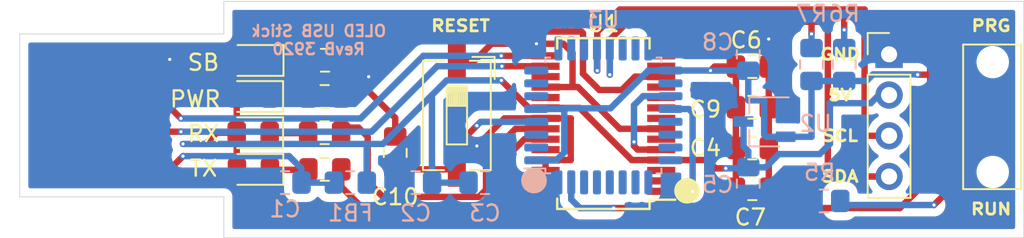
<source format=kicad_pcb>
(kicad_pcb (version 20171130) (host pcbnew "(5.1.6-0-10_14)")

  (general
    (thickness 1.6)
    (drawings 22)
    (tracks 219)
    (zones 0)
    (modules 29)
    (nets 54)
  )

  (page A4)
  (layers
    (0 F.Cu signal)
    (31 B.Cu signal)
    (32 B.Adhes user)
    (33 F.Adhes user)
    (34 B.Paste user)
    (35 F.Paste user)
    (36 B.SilkS user)
    (37 F.SilkS user)
    (38 B.Mask user)
    (39 F.Mask user)
    (40 Dwgs.User user)
    (41 Cmts.User user)
    (42 Eco1.User user)
    (43 Eco2.User user)
    (44 Edge.Cuts user)
    (45 Margin user)
    (46 B.CrtYd user)
    (47 F.CrtYd user)
    (48 B.Fab user hide)
    (49 F.Fab user hide)
  )

  (setup
    (last_trace_width 0.4)
    (user_trace_width 0.4)
    (trace_clearance 0.2)
    (zone_clearance 0.508)
    (zone_45_only no)
    (trace_min 0.2)
    (via_size 0.4)
    (via_drill 0.2)
    (via_min_size 0.4)
    (via_min_drill 0.2)
    (user_via 0.4 0.2)
    (user_via 2 1)
    (uvia_size 0.3)
    (uvia_drill 0.1)
    (uvias_allowed no)
    (uvia_min_size 0.2)
    (uvia_min_drill 0.1)
    (edge_width 0.05)
    (segment_width 0.2)
    (pcb_text_width 0.3)
    (pcb_text_size 1.5 1.5)
    (mod_edge_width 0.12)
    (mod_text_size 1 1)
    (mod_text_width 0.15)
    (pad_size 1.524 1.524)
    (pad_drill 0.762)
    (pad_to_mask_clearance 0.05)
    (aux_axis_origin 0 0)
    (visible_elements FFFFFF7F)
    (pcbplotparams
      (layerselection 0x010fc_ffffffff)
      (usegerberextensions false)
      (usegerberattributes true)
      (usegerberadvancedattributes true)
      (creategerberjobfile true)
      (excludeedgelayer true)
      (linewidth 0.100000)
      (plotframeref false)
      (viasonmask false)
      (mode 1)
      (useauxorigin false)
      (hpglpennumber 1)
      (hpglpenspeed 20)
      (hpglpendiameter 15.000000)
      (psnegative false)
      (psa4output false)
      (plotreference true)
      (plotvalue false)
      (plotinvisibletext false)
      (padsonsilk false)
      (subtractmaskfromsilk false)
      (outputformat 1)
      (mirror false)
      (drillshape 0)
      (scaleselection 1)
      (outputdirectory "gerbers/"))
  )

  (net 0 "")
  (net 1 GNDS)
  (net 2 "Net-(C1-Pad1)")
  (net 3 +5V)
  (net 4 +3V3)
  (net 5 "Net-(D1-Pad1)")
  (net 6 "Net-(D2-Pad1)")
  (net 7 "Net-(D3-Pad1)")
  (net 8 "Net-(J1-Pad3)")
  (net 9 "Net-(J1-Pad2)")
  (net 10 /MCU/I2C_SDA)
  (net 11 /MCU/I2C_SCL)
  (net 12 /USB_TO_RS232/TXLED#)
  (net 13 /USB_TO_RS232/RXLED#)
  (net 14 /USB_TO_RS232/SLEEP#)
  (net 15 "Net-(U1-Pad28)")
  (net 16 "Net-(U1-Pad27)")
  (net 17 "Net-(U1-Pad19)")
  (net 18 "Net-(U1-Pad17)")
  (net 19 "Net-(U1-Pad14)")
  (net 20 "Net-(U1-Pad13)")
  (net 21 "Net-(U1-Pad11)")
  (net 22 "Net-(U1-Pad10)")
  (net 23 "Net-(U1-Pad9)")
  (net 24 "Net-(U1-Pad6)")
  (net 25 /MCU/USART_RX)
  (net 26 "Net-(U1-Pad3)")
  (net 27 "Net-(U1-Pad2)")
  (net 28 /MCU/USART_TX)
  (net 29 "Net-(U3-Pad30)")
  (net 30 "Net-(U3-Pad29)")
  (net 31 "Net-(U3-Pad28)")
  (net 32 "Net-(U3-Pad27)")
  (net 33 "Net-(U3-Pad26)")
  (net 34 "Net-(U3-Pad25)")
  (net 35 "Net-(U3-Pad22)")
  (net 36 "Net-(U3-Pad21)")
  (net 37 "Net-(U3-Pad18)")
  (net 38 "Net-(U3-Pad15)")
  (net 39 "Net-(U3-Pad14)")
  (net 40 "Net-(U3-Pad11)")
  (net 41 "Net-(U3-Pad10)")
  (net 42 "Net-(U3-Pad9)")
  (net 43 "Net-(U3-Pad8)")
  (net 44 "Net-(U3-Pad7)")
  (net 45 "Net-(U3-Pad6)")
  (net 46 "Net-(U3-Pad3)")
  (net 47 "Net-(U3-Pad2)")
  (net 48 "Net-(C10-Pad1)")
  (net 49 "Net-(D4-Pad1)")
  (net 50 "Net-(R5-Pad1)")
  (net 51 "Net-(SW1-Pad2)")
  (net 52 "Net-(U3-Pad24)")
  (net 53 "Net-(U3-Pad23)")

  (net_class Default "This is the default net class."
    (clearance 0.2)
    (trace_width 0.25)
    (via_dia 0.4)
    (via_drill 0.2)
    (uvia_dia 0.3)
    (uvia_drill 0.1)
    (add_net +3V3)
    (add_net +5V)
    (add_net /MCU/I2C_SCL)
    (add_net /MCU/I2C_SDA)
    (add_net /MCU/USART_RX)
    (add_net /MCU/USART_TX)
    (add_net /USB_TO_RS232/RXLED#)
    (add_net /USB_TO_RS232/SLEEP#)
    (add_net /USB_TO_RS232/TXLED#)
    (add_net GNDS)
    (add_net "Net-(C1-Pad1)")
    (add_net "Net-(C10-Pad1)")
    (add_net "Net-(D1-Pad1)")
    (add_net "Net-(D2-Pad1)")
    (add_net "Net-(D3-Pad1)")
    (add_net "Net-(D4-Pad1)")
    (add_net "Net-(J1-Pad2)")
    (add_net "Net-(J1-Pad3)")
    (add_net "Net-(R5-Pad1)")
    (add_net "Net-(SW1-Pad2)")
    (add_net "Net-(U1-Pad10)")
    (add_net "Net-(U1-Pad11)")
    (add_net "Net-(U1-Pad13)")
    (add_net "Net-(U1-Pad14)")
    (add_net "Net-(U1-Pad17)")
    (add_net "Net-(U1-Pad19)")
    (add_net "Net-(U1-Pad2)")
    (add_net "Net-(U1-Pad27)")
    (add_net "Net-(U1-Pad28)")
    (add_net "Net-(U1-Pad3)")
    (add_net "Net-(U1-Pad6)")
    (add_net "Net-(U1-Pad9)")
    (add_net "Net-(U3-Pad10)")
    (add_net "Net-(U3-Pad11)")
    (add_net "Net-(U3-Pad14)")
    (add_net "Net-(U3-Pad15)")
    (add_net "Net-(U3-Pad18)")
    (add_net "Net-(U3-Pad2)")
    (add_net "Net-(U3-Pad21)")
    (add_net "Net-(U3-Pad22)")
    (add_net "Net-(U3-Pad23)")
    (add_net "Net-(U3-Pad24)")
    (add_net "Net-(U3-Pad25)")
    (add_net "Net-(U3-Pad26)")
    (add_net "Net-(U3-Pad27)")
    (add_net "Net-(U3-Pad28)")
    (add_net "Net-(U3-Pad29)")
    (add_net "Net-(U3-Pad3)")
    (add_net "Net-(U3-Pad30)")
    (add_net "Net-(U3-Pad6)")
    (add_net "Net-(U3-Pad7)")
    (add_net "Net-(U3-Pad8)")
    (add_net "Net-(U3-Pad9)")
  )

  (module Resistor_SMD:R_0805_2012Metric_Pad1.15x1.40mm_HandSolder (layer B.Cu) (tedit 5B36C52B) (tstamp 5F70F092)
    (at 174.244 75.565 90)
    (descr "Resistor SMD 0805 (2012 Metric), square (rectangular) end terminal, IPC_7351 nominal with elongated pad for handsoldering. (Body size source: https://docs.google.com/spreadsheets/d/1BsfQQcO9C6DZCsRaXUlFlo91Tg2WpOkGARC1WS5S8t0/edit?usp=sharing), generated with kicad-footprint-generator")
    (tags "resistor handsolder")
    (path /5F6E342E/5F70FAD9)
    (attr smd)
    (fp_text reference R7 (at 3.175 0 180) (layer B.SilkS)
      (effects (font (size 1 1) (thickness 0.15)) (justify mirror))
    )
    (fp_text value 10K (at 0 -1.65 90) (layer B.Fab)
      (effects (font (size 1 1) (thickness 0.15)) (justify mirror))
    )
    (fp_text user %R (at 0 0 90) (layer B.Fab)
      (effects (font (size 0.5 0.5) (thickness 0.08)) (justify mirror))
    )
    (fp_line (start -1 -0.6) (end -1 0.6) (layer B.Fab) (width 0.1))
    (fp_line (start -1 0.6) (end 1 0.6) (layer B.Fab) (width 0.1))
    (fp_line (start 1 0.6) (end 1 -0.6) (layer B.Fab) (width 0.1))
    (fp_line (start 1 -0.6) (end -1 -0.6) (layer B.Fab) (width 0.1))
    (fp_line (start -0.261252 0.71) (end 0.261252 0.71) (layer B.SilkS) (width 0.12))
    (fp_line (start -0.261252 -0.71) (end 0.261252 -0.71) (layer B.SilkS) (width 0.12))
    (fp_line (start -1.85 -0.95) (end -1.85 0.95) (layer B.CrtYd) (width 0.05))
    (fp_line (start -1.85 0.95) (end 1.85 0.95) (layer B.CrtYd) (width 0.05))
    (fp_line (start 1.85 0.95) (end 1.85 -0.95) (layer B.CrtYd) (width 0.05))
    (fp_line (start 1.85 -0.95) (end -1.85 -0.95) (layer B.CrtYd) (width 0.05))
    (pad 2 smd roundrect (at 1.025 0 90) (size 1.15 1.4) (layers B.Cu B.Paste B.Mask) (roundrect_rratio 0.217391)
      (net 10 /MCU/I2C_SDA))
    (pad 1 smd roundrect (at -1.025 0 90) (size 1.15 1.4) (layers B.Cu B.Paste B.Mask) (roundrect_rratio 0.217391)
      (net 4 +3V3))
    (model ${KISYS3DMOD}/Resistor_SMD.3dshapes/R_0805_2012Metric.wrl
      (at (xyz 0 0 0))
      (scale (xyz 1 1 1))
      (rotate (xyz 0 0 0))
    )
  )

  (module Resistor_SMD:R_0805_2012Metric_Pad1.15x1.40mm_HandSolder (layer B.Cu) (tedit 5B36C52B) (tstamp 5F70F081)
    (at 176.276 75.565 90)
    (descr "Resistor SMD 0805 (2012 Metric), square (rectangular) end terminal, IPC_7351 nominal with elongated pad for handsoldering. (Body size source: https://docs.google.com/spreadsheets/d/1BsfQQcO9C6DZCsRaXUlFlo91Tg2WpOkGARC1WS5S8t0/edit?usp=sharing), generated with kicad-footprint-generator")
    (tags "resistor handsolder")
    (path /5F6E342E/5F70F57E)
    (attr smd)
    (fp_text reference R6 (at 3.175 0 180) (layer B.SilkS)
      (effects (font (size 1 1) (thickness 0.15)) (justify mirror))
    )
    (fp_text value 10K (at 0 -1.65 90) (layer B.Fab)
      (effects (font (size 1 1) (thickness 0.15)) (justify mirror))
    )
    (fp_text user %R (at 0 0 90) (layer B.Fab)
      (effects (font (size 0.5 0.5) (thickness 0.08)) (justify mirror))
    )
    (fp_line (start -1 -0.6) (end -1 0.6) (layer B.Fab) (width 0.1))
    (fp_line (start -1 0.6) (end 1 0.6) (layer B.Fab) (width 0.1))
    (fp_line (start 1 0.6) (end 1 -0.6) (layer B.Fab) (width 0.1))
    (fp_line (start 1 -0.6) (end -1 -0.6) (layer B.Fab) (width 0.1))
    (fp_line (start -0.261252 0.71) (end 0.261252 0.71) (layer B.SilkS) (width 0.12))
    (fp_line (start -0.261252 -0.71) (end 0.261252 -0.71) (layer B.SilkS) (width 0.12))
    (fp_line (start -1.85 -0.95) (end -1.85 0.95) (layer B.CrtYd) (width 0.05))
    (fp_line (start -1.85 0.95) (end 1.85 0.95) (layer B.CrtYd) (width 0.05))
    (fp_line (start 1.85 0.95) (end 1.85 -0.95) (layer B.CrtYd) (width 0.05))
    (fp_line (start 1.85 -0.95) (end -1.85 -0.95) (layer B.CrtYd) (width 0.05))
    (pad 2 smd roundrect (at 1.025 0 90) (size 1.15 1.4) (layers B.Cu B.Paste B.Mask) (roundrect_rratio 0.217391)
      (net 11 /MCU/I2C_SCL))
    (pad 1 smd roundrect (at -1.025 0 90) (size 1.15 1.4) (layers B.Cu B.Paste B.Mask) (roundrect_rratio 0.217391)
      (net 4 +3V3))
    (model ${KISYS3DMOD}/Resistor_SMD.3dshapes/R_0805_2012Metric.wrl
      (at (xyz 0 0 0))
      (scale (xyz 1 1 1))
      (rotate (xyz 0 0 0))
    )
  )

  (module Resistor_SMD:R_0805_2012Metric_Pad1.15x1.40mm_HandSolder (layer F.Cu) (tedit 5B36C52B) (tstamp 5F68E2CD)
    (at 143.9672 75.2983)
    (descr "Resistor SMD 0805 (2012 Metric), square (rectangular) end terminal, IPC_7351 nominal with elongated pad for handsoldering. (Body size source: https://docs.google.com/spreadsheets/d/1BsfQQcO9C6DZCsRaXUlFlo91Tg2WpOkGARC1WS5S8t0/edit?usp=sharing), generated with kicad-footprint-generator")
    (tags "resistor handsolder")
    (path /5F6D964E/5F6E2C45)
    (attr smd)
    (fp_text reference R3 (at 2.921 -0.127) (layer F.SilkS) hide
      (effects (font (size 1 1) (thickness 0.15)))
    )
    (fp_text value 1K (at 0 1.65) (layer F.Fab)
      (effects (font (size 1 1) (thickness 0.15)))
    )
    (fp_line (start -1 0.6) (end -1 -0.6) (layer F.Fab) (width 0.1))
    (fp_line (start -1 -0.6) (end 1 -0.6) (layer F.Fab) (width 0.1))
    (fp_line (start 1 -0.6) (end 1 0.6) (layer F.Fab) (width 0.1))
    (fp_line (start 1 0.6) (end -1 0.6) (layer F.Fab) (width 0.1))
    (fp_line (start -0.261252 -0.71) (end 0.261252 -0.71) (layer F.SilkS) (width 0.12))
    (fp_line (start -0.261252 0.71) (end 0.261252 0.71) (layer F.SilkS) (width 0.12))
    (fp_line (start -1.85 0.95) (end -1.85 -0.95) (layer F.CrtYd) (width 0.05))
    (fp_line (start -1.85 -0.95) (end 1.85 -0.95) (layer F.CrtYd) (width 0.05))
    (fp_line (start 1.85 -0.95) (end 1.85 0.95) (layer F.CrtYd) (width 0.05))
    (fp_line (start 1.85 0.95) (end -1.85 0.95) (layer F.CrtYd) (width 0.05))
    (fp_text user %R (at 0 0) (layer F.Fab)
      (effects (font (size 0.5 0.5) (thickness 0.08)))
    )
    (pad 2 smd roundrect (at 1.025 0) (size 1.15 1.4) (layers F.Cu F.Paste F.Mask) (roundrect_rratio 0.217391)
      (net 14 /USB_TO_RS232/SLEEP#))
    (pad 1 smd roundrect (at -1.025 0) (size 1.15 1.4) (layers F.Cu F.Paste F.Mask) (roundrect_rratio 0.217391)
      (net 7 "Net-(D3-Pad1)"))
    (model ${KISYS3DMOD}/Resistor_SMD.3dshapes/R_0805_2012Metric.wrl
      (at (xyz 0 0 0))
      (scale (xyz 1 1 1))
      (rotate (xyz 0 0 0))
    )
  )

  (module Capacitor_SMD:C_0805_2012Metric_Pad1.15x1.40mm_HandSolder (layer B.Cu) (tedit 5B36C52B) (tstamp 5F6FE463)
    (at 153.924 82.931)
    (descr "Capacitor SMD 0805 (2012 Metric), square (rectangular) end terminal, IPC_7351 nominal with elongated pad for handsoldering. (Body size source: https://docs.google.com/spreadsheets/d/1BsfQQcO9C6DZCsRaXUlFlo91Tg2WpOkGARC1WS5S8t0/edit?usp=sharing), generated with kicad-footprint-generator")
    (tags "capacitor handsolder")
    (path /5F6D964E/5F705AEE)
    (attr smd)
    (fp_text reference C3 (at 0 1.905) (layer B.SilkS)
      (effects (font (size 1 1) (thickness 0.15)) (justify mirror))
    )
    (fp_text value 4.7uF (at 0 -1.65 180) (layer B.Fab)
      (effects (font (size 1 1) (thickness 0.15)) (justify mirror))
    )
    (fp_line (start 1.85 -0.95) (end -1.85 -0.95) (layer B.CrtYd) (width 0.05))
    (fp_line (start 1.85 0.95) (end 1.85 -0.95) (layer B.CrtYd) (width 0.05))
    (fp_line (start -1.85 0.95) (end 1.85 0.95) (layer B.CrtYd) (width 0.05))
    (fp_line (start -1.85 -0.95) (end -1.85 0.95) (layer B.CrtYd) (width 0.05))
    (fp_line (start -0.261252 -0.71) (end 0.261252 -0.71) (layer B.SilkS) (width 0.12))
    (fp_line (start -0.261252 0.71) (end 0.261252 0.71) (layer B.SilkS) (width 0.12))
    (fp_line (start 1 -0.6) (end -1 -0.6) (layer B.Fab) (width 0.1))
    (fp_line (start 1 0.6) (end 1 -0.6) (layer B.Fab) (width 0.1))
    (fp_line (start -1 0.6) (end 1 0.6) (layer B.Fab) (width 0.1))
    (fp_line (start -1 -0.6) (end -1 0.6) (layer B.Fab) (width 0.1))
    (fp_text user %R (at 0 0 180) (layer B.Fab)
      (effects (font (size 0.5 0.5) (thickness 0.08)) (justify mirror))
    )
    (pad 2 smd roundrect (at 1.025 0) (size 1.15 1.4) (layers B.Cu B.Paste B.Mask) (roundrect_rratio 0.217391)
      (net 1 GNDS))
    (pad 1 smd roundrect (at -1.025 0) (size 1.15 1.4) (layers B.Cu B.Paste B.Mask) (roundrect_rratio 0.217391)
      (net 3 +5V))
    (model ${KISYS3DMOD}/Capacitor_SMD.3dshapes/C_0805_2012Metric.wrl
      (at (xyz 0 0 0))
      (scale (xyz 1 1 1))
      (rotate (xyz 0 0 0))
    )
  )

  (module Capacitor_SMD:C_0805_2012Metric_Pad1.15x1.40mm_HandSolder (layer B.Cu) (tedit 5B36C52B) (tstamp 5F6FE42D)
    (at 141.478 82.931 180)
    (descr "Capacitor SMD 0805 (2012 Metric), square (rectangular) end terminal, IPC_7351 nominal with elongated pad for handsoldering. (Body size source: https://docs.google.com/spreadsheets/d/1BsfQQcO9C6DZCsRaXUlFlo91Tg2WpOkGARC1WS5S8t0/edit?usp=sharing), generated with kicad-footprint-generator")
    (tags "capacitor handsolder")
    (path /5F6D964E/5F6E2BCC)
    (attr smd)
    (fp_text reference C1 (at 0 -1.651) (layer B.SilkS)
      (effects (font (size 1 1) (thickness 0.15)) (justify mirror))
    )
    (fp_text value 10nF (at 0 -1.65 180) (layer B.Fab)
      (effects (font (size 1 1) (thickness 0.15)) (justify mirror))
    )
    (fp_line (start 1.85 -0.95) (end -1.85 -0.95) (layer B.CrtYd) (width 0.05))
    (fp_line (start 1.85 0.95) (end 1.85 -0.95) (layer B.CrtYd) (width 0.05))
    (fp_line (start -1.85 0.95) (end 1.85 0.95) (layer B.CrtYd) (width 0.05))
    (fp_line (start -1.85 -0.95) (end -1.85 0.95) (layer B.CrtYd) (width 0.05))
    (fp_line (start -0.261252 -0.71) (end 0.261252 -0.71) (layer B.SilkS) (width 0.12))
    (fp_line (start -0.261252 0.71) (end 0.261252 0.71) (layer B.SilkS) (width 0.12))
    (fp_line (start 1 -0.6) (end -1 -0.6) (layer B.Fab) (width 0.1))
    (fp_line (start 1 0.6) (end 1 -0.6) (layer B.Fab) (width 0.1))
    (fp_line (start -1 0.6) (end 1 0.6) (layer B.Fab) (width 0.1))
    (fp_line (start -1 -0.6) (end -1 0.6) (layer B.Fab) (width 0.1))
    (fp_text user %R (at 0 0 180) (layer B.Fab)
      (effects (font (size 0.5 0.5) (thickness 0.08)) (justify mirror))
    )
    (pad 2 smd roundrect (at 1.025 0 180) (size 1.15 1.4) (layers B.Cu B.Paste B.Mask) (roundrect_rratio 0.217391)
      (net 1 GNDS))
    (pad 1 smd roundrect (at -1.025 0 180) (size 1.15 1.4) (layers B.Cu B.Paste B.Mask) (roundrect_rratio 0.217391)
      (net 2 "Net-(C1-Pad1)"))
    (model ${KISYS3DMOD}/Capacitor_SMD.3dshapes/C_0805_2012Metric.wrl
      (at (xyz 0 0 0))
      (scale (xyz 1 1 1))
      (rotate (xyz 0 0 0))
    )
  )

  (module Capacitor_SMD:C_0805_2012Metric_Pad1.15x1.40mm_HandSolder (layer B.Cu) (tedit 5B36C52B) (tstamp 5F6FE3FA)
    (at 149.606 82.931)
    (descr "Capacitor SMD 0805 (2012 Metric), square (rectangular) end terminal, IPC_7351 nominal with elongated pad for handsoldering. (Body size source: https://docs.google.com/spreadsheets/d/1BsfQQcO9C6DZCsRaXUlFlo91Tg2WpOkGARC1WS5S8t0/edit?usp=sharing), generated with kicad-footprint-generator")
    (tags "capacitor handsolder")
    (path /5F6D964E/5F705AF4)
    (attr smd)
    (fp_text reference C2 (at 0 1.905 180) (layer B.SilkS)
      (effects (font (size 1 1) (thickness 0.15)) (justify mirror))
    )
    (fp_text value 100nF (at 0 -1.65 180) (layer B.Fab)
      (effects (font (size 1 1) (thickness 0.15)) (justify mirror))
    )
    (fp_line (start 1.85 -0.95) (end -1.85 -0.95) (layer B.CrtYd) (width 0.05))
    (fp_line (start 1.85 0.95) (end 1.85 -0.95) (layer B.CrtYd) (width 0.05))
    (fp_line (start -1.85 0.95) (end 1.85 0.95) (layer B.CrtYd) (width 0.05))
    (fp_line (start -1.85 -0.95) (end -1.85 0.95) (layer B.CrtYd) (width 0.05))
    (fp_line (start -0.261252 -0.71) (end 0.261252 -0.71) (layer B.SilkS) (width 0.12))
    (fp_line (start -0.261252 0.71) (end 0.261252 0.71) (layer B.SilkS) (width 0.12))
    (fp_line (start 1 -0.6) (end -1 -0.6) (layer B.Fab) (width 0.1))
    (fp_line (start 1 0.6) (end 1 -0.6) (layer B.Fab) (width 0.1))
    (fp_line (start -1 0.6) (end 1 0.6) (layer B.Fab) (width 0.1))
    (fp_line (start -1 -0.6) (end -1 0.6) (layer B.Fab) (width 0.1))
    (fp_text user %R (at 0 0 180) (layer B.Fab)
      (effects (font (size 0.5 0.5) (thickness 0.08)) (justify mirror))
    )
    (pad 2 smd roundrect (at 1.025 0) (size 1.15 1.4) (layers B.Cu B.Paste B.Mask) (roundrect_rratio 0.217391)
      (net 3 +5V))
    (pad 1 smd roundrect (at -1.025 0) (size 1.15 1.4) (layers B.Cu B.Paste B.Mask) (roundrect_rratio 0.217391)
      (net 1 GNDS))
    (model ${KISYS3DMOD}/Capacitor_SMD.3dshapes/C_0805_2012Metric.wrl
      (at (xyz 0 0 0))
      (scale (xyz 1 1 1))
      (rotate (xyz 0 0 0))
    )
  )

  (module Inductor_SMD:L_0805_2012Metric_Pad1.15x1.40mm_HandSolder (layer B.Cu) (tedit 5B36C52B) (tstamp 5F6FE3CA)
    (at 145.542 82.931)
    (descr "Capacitor SMD 0805 (2012 Metric), square (rectangular) end terminal, IPC_7351 nominal with elongated pad for handsoldering. (Body size source: https://docs.google.com/spreadsheets/d/1BsfQQcO9C6DZCsRaXUlFlo91Tg2WpOkGARC1WS5S8t0/edit?usp=sharing), generated with kicad-footprint-generator")
    (tags "inductor handsolder")
    (path /5F6D964E/5F6E2BC0)
    (attr smd)
    (fp_text reference FB1 (at 0 1.905 180) (layer B.SilkS)
      (effects (font (size 1 1) (thickness 0.15)) (justify mirror))
    )
    (fp_text value Ferrite_Bead_Small (at 0 -1.65 180) (layer B.Fab)
      (effects (font (size 1 1) (thickness 0.15)) (justify mirror))
    )
    (fp_line (start 1.85 -0.95) (end -1.85 -0.95) (layer B.CrtYd) (width 0.05))
    (fp_line (start 1.85 0.95) (end 1.85 -0.95) (layer B.CrtYd) (width 0.05))
    (fp_line (start -1.85 0.95) (end 1.85 0.95) (layer B.CrtYd) (width 0.05))
    (fp_line (start -1.85 -0.95) (end -1.85 0.95) (layer B.CrtYd) (width 0.05))
    (fp_line (start -0.261252 -0.71) (end 0.261252 -0.71) (layer B.SilkS) (width 0.12))
    (fp_line (start -0.261252 0.71) (end 0.261252 0.71) (layer B.SilkS) (width 0.12))
    (fp_line (start 1 -0.6) (end -1 -0.6) (layer B.Fab) (width 0.1))
    (fp_line (start 1 0.6) (end 1 -0.6) (layer B.Fab) (width 0.1))
    (fp_line (start -1 0.6) (end 1 0.6) (layer B.Fab) (width 0.1))
    (fp_line (start -1 -0.6) (end -1 0.6) (layer B.Fab) (width 0.1))
    (fp_text user %R (at 0 0 180) (layer B.Fab)
      (effects (font (size 0.5 0.5) (thickness 0.08)) (justify mirror))
    )
    (pad 2 smd roundrect (at 1.025 0) (size 1.15 1.4) (layers B.Cu B.Paste B.Mask) (roundrect_rratio 0.217391)
      (net 3 +5V))
    (pad 1 smd roundrect (at -1.025 0) (size 1.15 1.4) (layers B.Cu B.Paste B.Mask) (roundrect_rratio 0.217391)
      (net 2 "Net-(C1-Pad1)"))
    (model ${KISYS3DMOD}/Inductor_SMD.3dshapes/L_0805_2012Metric.wrl
      (at (xyz 0 0 0))
      (scale (xyz 1 1 1))
      (rotate (xyz 0 0 0))
    )
  )

  (module LED_SMD:LED_0805_2012Metric_Pad1.15x1.40mm_HandSolder (layer F.Cu) (tedit 5B4B45C9) (tstamp 5F68E21E)
    (at 139.5095 82.1055 180)
    (descr "LED SMD 0805 (2012 Metric), square (rectangular) end terminal, IPC_7351 nominal, (Body size source: https://docs.google.com/spreadsheets/d/1BsfQQcO9C6DZCsRaXUlFlo91Tg2WpOkGARC1WS5S8t0/edit?usp=sharing), generated with kicad-footprint-generator")
    (tags "LED handsolder")
    (path /5F6D964E/5F6E2C13)
    (attr smd)
    (fp_text reference D1 (at 2.921 0.127 180) (layer F.SilkS) hide
      (effects (font (size 1 1) (thickness 0.15)))
    )
    (fp_text value TXLED (at 0 1.65) (layer F.Fab)
      (effects (font (size 1 1) (thickness 0.15)))
    )
    (fp_line (start 1.85 0.95) (end -1.85 0.95) (layer F.CrtYd) (width 0.05))
    (fp_line (start 1.85 -0.95) (end 1.85 0.95) (layer F.CrtYd) (width 0.05))
    (fp_line (start -1.85 -0.95) (end 1.85 -0.95) (layer F.CrtYd) (width 0.05))
    (fp_line (start -1.85 0.95) (end -1.85 -0.95) (layer F.CrtYd) (width 0.05))
    (fp_line (start -1.86 0.96) (end 1 0.96) (layer F.SilkS) (width 0.12))
    (fp_line (start -1.86 -0.96) (end -1.86 0.96) (layer F.SilkS) (width 0.12))
    (fp_line (start 1 -0.96) (end -1.86 -0.96) (layer F.SilkS) (width 0.12))
    (fp_line (start 1 0.6) (end 1 -0.6) (layer F.Fab) (width 0.1))
    (fp_line (start -1 0.6) (end 1 0.6) (layer F.Fab) (width 0.1))
    (fp_line (start -1 -0.3) (end -1 0.6) (layer F.Fab) (width 0.1))
    (fp_line (start -0.7 -0.6) (end -1 -0.3) (layer F.Fab) (width 0.1))
    (fp_line (start 1 -0.6) (end -0.7 -0.6) (layer F.Fab) (width 0.1))
    (fp_text user %R (at 0 0) (layer F.Fab)
      (effects (font (size 0.5 0.5) (thickness 0.08)))
    )
    (pad 2 smd roundrect (at 1.025 0 180) (size 1.15 1.4) (layers F.Cu F.Paste F.Mask) (roundrect_rratio 0.217391)
      (net 3 +5V))
    (pad 1 smd roundrect (at -1.025 0 180) (size 1.15 1.4) (layers F.Cu F.Paste F.Mask) (roundrect_rratio 0.217391)
      (net 5 "Net-(D1-Pad1)"))
    (model ${KISYS3DMOD}/LED_SMD.3dshapes/LED_0805_2012Metric.wrl
      (at (xyz 0 0 0))
      (scale (xyz 1 1 1))
      (rotate (xyz 0 0 0))
    )
  )

  (module Resistor_SMD:R_0805_2012Metric_Pad1.15x1.40mm_HandSolder (layer F.Cu) (tedit 5B36C52B) (tstamp 5F68E2A7)
    (at 143.9545 82.1055)
    (descr "Resistor SMD 0805 (2012 Metric), square (rectangular) end terminal, IPC_7351 nominal with elongated pad for handsoldering. (Body size source: https://docs.google.com/spreadsheets/d/1BsfQQcO9C6DZCsRaXUlFlo91Tg2WpOkGARC1WS5S8t0/edit?usp=sharing), generated with kicad-footprint-generator")
    (tags "resistor handsolder")
    (path /5F6D964E/5F6E2C19)
    (attr smd)
    (fp_text reference R1 (at 2.794 0) (layer F.SilkS) hide
      (effects (font (size 1 1) (thickness 0.15)))
    )
    (fp_text value 1K (at 0 1.65) (layer F.Fab)
      (effects (font (size 1 1) (thickness 0.15)))
    )
    (fp_line (start -1 0.6) (end -1 -0.6) (layer F.Fab) (width 0.1))
    (fp_line (start -1 -0.6) (end 1 -0.6) (layer F.Fab) (width 0.1))
    (fp_line (start 1 -0.6) (end 1 0.6) (layer F.Fab) (width 0.1))
    (fp_line (start 1 0.6) (end -1 0.6) (layer F.Fab) (width 0.1))
    (fp_line (start -0.261252 -0.71) (end 0.261252 -0.71) (layer F.SilkS) (width 0.12))
    (fp_line (start -0.261252 0.71) (end 0.261252 0.71) (layer F.SilkS) (width 0.12))
    (fp_line (start -1.85 0.95) (end -1.85 -0.95) (layer F.CrtYd) (width 0.05))
    (fp_line (start -1.85 -0.95) (end 1.85 -0.95) (layer F.CrtYd) (width 0.05))
    (fp_line (start 1.85 -0.95) (end 1.85 0.95) (layer F.CrtYd) (width 0.05))
    (fp_line (start 1.85 0.95) (end -1.85 0.95) (layer F.CrtYd) (width 0.05))
    (fp_text user %R (at 0 0) (layer F.Fab)
      (effects (font (size 0.5 0.5) (thickness 0.08)))
    )
    (pad 2 smd roundrect (at 1.025 0) (size 1.15 1.4) (layers F.Cu F.Paste F.Mask) (roundrect_rratio 0.217391)
      (net 12 /USB_TO_RS232/TXLED#))
    (pad 1 smd roundrect (at -1.025 0) (size 1.15 1.4) (layers F.Cu F.Paste F.Mask) (roundrect_rratio 0.217391)
      (net 5 "Net-(D1-Pad1)"))
    (model ${KISYS3DMOD}/Resistor_SMD.3dshapes/R_0805_2012Metric.wrl
      (at (xyz 0 0 0))
      (scale (xyz 1 1 1))
      (rotate (xyz 0 0 0))
    )
  )

  (module Resistor_SMD:R_0805_2012Metric_Pad1.15x1.40mm_HandSolder (layer F.Cu) (tedit 5B36C52B) (tstamp 5F6FD18E)
    (at 143.9418 77.5589)
    (descr "Resistor SMD 0805 (2012 Metric), square (rectangular) end terminal, IPC_7351 nominal with elongated pad for handsoldering. (Body size source: https://docs.google.com/spreadsheets/d/1BsfQQcO9C6DZCsRaXUlFlo91Tg2WpOkGARC1WS5S8t0/edit?usp=sharing), generated with kicad-footprint-generator")
    (tags "resistor handsolder")
    (path /5F6D964E/5F70C048)
    (attr smd)
    (fp_text reference R4 (at 2.794 0) (layer F.SilkS) hide
      (effects (font (size 1 1) (thickness 0.15)))
    )
    (fp_text value 1K (at 0 1.65) (layer F.Fab)
      (effects (font (size 1 1) (thickness 0.15)))
    )
    (fp_line (start -1 0.6) (end -1 -0.6) (layer F.Fab) (width 0.1))
    (fp_line (start -1 -0.6) (end 1 -0.6) (layer F.Fab) (width 0.1))
    (fp_line (start 1 -0.6) (end 1 0.6) (layer F.Fab) (width 0.1))
    (fp_line (start 1 0.6) (end -1 0.6) (layer F.Fab) (width 0.1))
    (fp_line (start -0.261252 -0.71) (end 0.261252 -0.71) (layer F.SilkS) (width 0.12))
    (fp_line (start -0.261252 0.71) (end 0.261252 0.71) (layer F.SilkS) (width 0.12))
    (fp_line (start -1.85 0.95) (end -1.85 -0.95) (layer F.CrtYd) (width 0.05))
    (fp_line (start -1.85 -0.95) (end 1.85 -0.95) (layer F.CrtYd) (width 0.05))
    (fp_line (start 1.85 -0.95) (end 1.85 0.95) (layer F.CrtYd) (width 0.05))
    (fp_line (start 1.85 0.95) (end -1.85 0.95) (layer F.CrtYd) (width 0.05))
    (fp_text user %R (at 0 0) (layer F.Fab)
      (effects (font (size 0.5 0.5) (thickness 0.08)))
    )
    (pad 2 smd roundrect (at 1.025 0) (size 1.15 1.4) (layers F.Cu F.Paste F.Mask) (roundrect_rratio 0.217391)
      (net 1 GNDS))
    (pad 1 smd roundrect (at -1.025 0) (size 1.15 1.4) (layers F.Cu F.Paste F.Mask) (roundrect_rratio 0.217391)
      (net 49 "Net-(D4-Pad1)"))
    (model ${KISYS3DMOD}/Resistor_SMD.3dshapes/R_0805_2012Metric.wrl
      (at (xyz 0 0 0))
      (scale (xyz 1 1 1))
      (rotate (xyz 0 0 0))
    )
  )

  (module Resistor_SMD:R_0805_2012Metric_Pad1.15x1.40mm_HandSolder (layer F.Cu) (tedit 5B36C52B) (tstamp 5F68E2BA)
    (at 143.9418 79.8195)
    (descr "Resistor SMD 0805 (2012 Metric), square (rectangular) end terminal, IPC_7351 nominal with elongated pad for handsoldering. (Body size source: https://docs.google.com/spreadsheets/d/1BsfQQcO9C6DZCsRaXUlFlo91Tg2WpOkGARC1WS5S8t0/edit?usp=sharing), generated with kicad-footprint-generator")
    (tags "resistor handsolder")
    (path /5F6D964E/5F6E2C2F)
    (attr smd)
    (fp_text reference R2 (at 2.794 0) (layer F.SilkS) hide
      (effects (font (size 1 1) (thickness 0.15)))
    )
    (fp_text value 1K (at 0 1.65) (layer F.Fab)
      (effects (font (size 1 1) (thickness 0.15)))
    )
    (fp_line (start -1 0.6) (end -1 -0.6) (layer F.Fab) (width 0.1))
    (fp_line (start -1 -0.6) (end 1 -0.6) (layer F.Fab) (width 0.1))
    (fp_line (start 1 -0.6) (end 1 0.6) (layer F.Fab) (width 0.1))
    (fp_line (start 1 0.6) (end -1 0.6) (layer F.Fab) (width 0.1))
    (fp_line (start -0.261252 -0.71) (end 0.261252 -0.71) (layer F.SilkS) (width 0.12))
    (fp_line (start -0.261252 0.71) (end 0.261252 0.71) (layer F.SilkS) (width 0.12))
    (fp_line (start -1.85 0.95) (end -1.85 -0.95) (layer F.CrtYd) (width 0.05))
    (fp_line (start -1.85 -0.95) (end 1.85 -0.95) (layer F.CrtYd) (width 0.05))
    (fp_line (start 1.85 -0.95) (end 1.85 0.95) (layer F.CrtYd) (width 0.05))
    (fp_line (start 1.85 0.95) (end -1.85 0.95) (layer F.CrtYd) (width 0.05))
    (fp_text user %R (at 0 0) (layer F.Fab)
      (effects (font (size 0.5 0.5) (thickness 0.08)))
    )
    (pad 2 smd roundrect (at 1.025 0) (size 1.15 1.4) (layers F.Cu F.Paste F.Mask) (roundrect_rratio 0.217391)
      (net 13 /USB_TO_RS232/RXLED#))
    (pad 1 smd roundrect (at -1.025 0) (size 1.15 1.4) (layers F.Cu F.Paste F.Mask) (roundrect_rratio 0.217391)
      (net 6 "Net-(D2-Pad1)"))
    (model ${KISYS3DMOD}/Resistor_SMD.3dshapes/R_0805_2012Metric.wrl
      (at (xyz 0 0 0))
      (scale (xyz 1 1 1))
      (rotate (xyz 0 0 0))
    )
  )

  (module Connector_PinHeader_2.54mm:PinHeader_1x04_P2.54mm_Vertical locked (layer F.Cu) (tedit 59FED5CC) (tstamp 5F68E294)
    (at 179.07 74.93)
    (descr "Through hole straight pin header, 1x04, 2.54mm pitch, single row")
    (tags "Through hole pin header THT 1x04 2.54mm single row")
    (path /5F70E713/5F70EA35)
    (fp_text reference J3 (at 0 10.16) (layer F.SilkS) hide
      (effects (font (size 1 1) (thickness 0.15)))
    )
    (fp_text value Conn_01x04 (at 0 9.95) (layer F.Fab)
      (effects (font (size 1 1) (thickness 0.15)))
    )
    (fp_line (start 1.8 -1.8) (end -1.8 -1.8) (layer F.CrtYd) (width 0.05))
    (fp_line (start 1.8 9.4) (end 1.8 -1.8) (layer F.CrtYd) (width 0.05))
    (fp_line (start -1.8 9.4) (end 1.8 9.4) (layer F.CrtYd) (width 0.05))
    (fp_line (start -1.8 -1.8) (end -1.8 9.4) (layer F.CrtYd) (width 0.05))
    (fp_line (start -1.33 -1.33) (end 0 -1.33) (layer F.SilkS) (width 0.12))
    (fp_line (start -1.33 0) (end -1.33 -1.33) (layer F.SilkS) (width 0.12))
    (fp_line (start -1.33 1.27) (end 1.33 1.27) (layer F.SilkS) (width 0.12))
    (fp_line (start 1.33 1.27) (end 1.33 8.95) (layer F.SilkS) (width 0.12))
    (fp_line (start -1.33 1.27) (end -1.33 8.95) (layer F.SilkS) (width 0.12))
    (fp_line (start -1.33 8.95) (end 1.33 8.95) (layer F.SilkS) (width 0.12))
    (fp_line (start -1.27 -0.635) (end -0.635 -1.27) (layer F.Fab) (width 0.1))
    (fp_line (start -1.27 8.89) (end -1.27 -0.635) (layer F.Fab) (width 0.1))
    (fp_line (start 1.27 8.89) (end -1.27 8.89) (layer F.Fab) (width 0.1))
    (fp_line (start 1.27 -1.27) (end 1.27 8.89) (layer F.Fab) (width 0.1))
    (fp_line (start -0.635 -1.27) (end 1.27 -1.27) (layer F.Fab) (width 0.1))
    (fp_text user %R (at 0 3.81 90) (layer F.Fab)
      (effects (font (size 1 1) (thickness 0.15)))
    )
    (pad 4 thru_hole oval (at 0 7.62) (size 1.7 1.7) (drill 1) (layers *.Cu *.Mask)
      (net 10 /MCU/I2C_SDA))
    (pad 3 thru_hole oval (at 0 5.08) (size 1.7 1.7) (drill 1) (layers *.Cu *.Mask)
      (net 11 /MCU/I2C_SCL))
    (pad 2 thru_hole oval (at 0 2.54) (size 1.7 1.7) (drill 1) (layers *.Cu *.Mask)
      (net 3 +5V))
    (pad 1 thru_hole rect (at 0 0) (size 1.7 1.7) (drill 1) (layers *.Cu *.Mask)
      (net 1 GNDS))
    (model ${KISYS3DMOD}/Connector_PinSocket_2.54mm.3dshapes/PinSocket_1x04_P2.54mm_Vertical.step
      (at (xyz 0 0 0))
      (scale (xyz 1 1 1))
      (rotate (xyz 0 0 0))
    )
  )

  (module Button_Switch_SMD:SW_DIP_SPSTx01_Slide_6.7x4.1mm_W6.73mm_P2.54mm_LowProfile_JPin (layer F.Cu) (tedit 5A4E1404) (tstamp 5F709C7E)
    (at 152.1714 78.74 270)
    (descr "SMD 1x-dip-switch SPST , Slide, row spacing 6.73 mm (264 mils), body size 6.7x4.1mm (see e.g. https://www.ctscorp.com/wp-content/uploads/219.pdf), SMD, LowProfile, JPin")
    (tags "SMD DIP Switch SPST Slide 6.73mm 264mil SMD LowProfile JPin")
    (path /5F6E342E/5F75CB69)
    (attr smd)
    (fp_text reference SW2 (at -5.461 0) (layer F.SilkS) hide
      (effects (font (size 1 1) (thickness 0.15)))
    )
    (fp_text value SW_SPST (at 0 3.11 90) (layer F.Fab)
      (effects (font (size 1 1) (thickness 0.15)))
    )
    (fp_line (start -2.35 -2.05) (end 3.35 -2.05) (layer F.Fab) (width 0.1))
    (fp_line (start 3.35 -2.05) (end 3.35 2.05) (layer F.Fab) (width 0.1))
    (fp_line (start 3.35 2.05) (end -3.35 2.05) (layer F.Fab) (width 0.1))
    (fp_line (start -3.35 2.05) (end -3.35 -1.05) (layer F.Fab) (width 0.1))
    (fp_line (start -3.35 -1.05) (end -2.35 -2.05) (layer F.Fab) (width 0.1))
    (fp_line (start -1.81 -0.635) (end -1.81 0.635) (layer F.Fab) (width 0.1))
    (fp_line (start -1.81 0.635) (end 1.81 0.635) (layer F.Fab) (width 0.1))
    (fp_line (start 1.81 0.635) (end 1.81 -0.635) (layer F.Fab) (width 0.1))
    (fp_line (start 1.81 -0.635) (end -1.81 -0.635) (layer F.Fab) (width 0.1))
    (fp_line (start -1.81 -0.535) (end -0.603333 -0.535) (layer F.Fab) (width 0.1))
    (fp_line (start -1.81 -0.435) (end -0.603333 -0.435) (layer F.Fab) (width 0.1))
    (fp_line (start -1.81 -0.335) (end -0.603333 -0.335) (layer F.Fab) (width 0.1))
    (fp_line (start -1.81 -0.235) (end -0.603333 -0.235) (layer F.Fab) (width 0.1))
    (fp_line (start -1.81 -0.135) (end -0.603333 -0.135) (layer F.Fab) (width 0.1))
    (fp_line (start -1.81 -0.035) (end -0.603333 -0.035) (layer F.Fab) (width 0.1))
    (fp_line (start -1.81 0.065) (end -0.603333 0.065) (layer F.Fab) (width 0.1))
    (fp_line (start -1.81 0.165) (end -0.603333 0.165) (layer F.Fab) (width 0.1))
    (fp_line (start -1.81 0.265) (end -0.603333 0.265) (layer F.Fab) (width 0.1))
    (fp_line (start -1.81 0.365) (end -0.603333 0.365) (layer F.Fab) (width 0.1))
    (fp_line (start -1.81 0.465) (end -0.603333 0.465) (layer F.Fab) (width 0.1))
    (fp_line (start -1.81 0.565) (end -0.603333 0.565) (layer F.Fab) (width 0.1))
    (fp_line (start -0.603333 -0.635) (end -0.603333 0.635) (layer F.Fab) (width 0.1))
    (fp_line (start -3.41 -2.11) (end 3.41 -2.11) (layer F.SilkS) (width 0.12))
    (fp_line (start -3.41 2.11) (end 3.41 2.11) (layer F.SilkS) (width 0.12))
    (fp_line (start -3.41 -2.11) (end -3.41 -0.8) (layer F.SilkS) (width 0.12))
    (fp_line (start -3.41 0.8) (end -3.41 2.11) (layer F.SilkS) (width 0.12))
    (fp_line (start 3.41 -2.11) (end 3.41 -0.8) (layer F.SilkS) (width 0.12))
    (fp_line (start 3.41 0.8) (end 3.41 2.11) (layer F.SilkS) (width 0.12))
    (fp_line (start -3.65 -2.35) (end -2.267 -2.35) (layer F.SilkS) (width 0.12))
    (fp_line (start -3.65 -2.35) (end -3.65 -0.967) (layer F.SilkS) (width 0.12))
    (fp_line (start -1.81 -0.635) (end -1.81 0.635) (layer F.SilkS) (width 0.12))
    (fp_line (start -1.81 0.635) (end 1.81 0.635) (layer F.SilkS) (width 0.12))
    (fp_line (start 1.81 0.635) (end 1.81 -0.635) (layer F.SilkS) (width 0.12))
    (fp_line (start 1.81 -0.635) (end -1.81 -0.635) (layer F.SilkS) (width 0.12))
    (fp_line (start -1.81 -0.515) (end -0.603333 -0.515) (layer F.SilkS) (width 0.12))
    (fp_line (start -1.81 -0.395) (end -0.603333 -0.395) (layer F.SilkS) (width 0.12))
    (fp_line (start -1.81 -0.275) (end -0.603333 -0.275) (layer F.SilkS) (width 0.12))
    (fp_line (start -1.81 -0.155) (end -0.603333 -0.155) (layer F.SilkS) (width 0.12))
    (fp_line (start -1.81 -0.035) (end -0.603333 -0.035) (layer F.SilkS) (width 0.12))
    (fp_line (start -1.81 0.085) (end -0.603333 0.085) (layer F.SilkS) (width 0.12))
    (fp_line (start -1.81 0.205) (end -0.603333 0.205) (layer F.SilkS) (width 0.12))
    (fp_line (start -1.81 0.325) (end -0.603333 0.325) (layer F.SilkS) (width 0.12))
    (fp_line (start -1.81 0.445) (end -0.603333 0.445) (layer F.SilkS) (width 0.12))
    (fp_line (start -1.81 0.565) (end -0.603333 0.565) (layer F.SilkS) (width 0.12))
    (fp_line (start -0.603333 -0.635) (end -0.603333 0.635) (layer F.SilkS) (width 0.12))
    (fp_line (start -4.7 -2.4) (end -4.7 2.4) (layer F.CrtYd) (width 0.05))
    (fp_line (start -4.7 2.4) (end 4.7 2.4) (layer F.CrtYd) (width 0.05))
    (fp_line (start 4.7 2.4) (end 4.7 -2.4) (layer F.CrtYd) (width 0.05))
    (fp_line (start 4.7 -2.4) (end -4.7 -2.4) (layer F.CrtYd) (width 0.05))
    (fp_text user on (at 0.8975 -1.3425 90) (layer F.Fab)
      (effects (font (size 0.6 0.6) (thickness 0.09)))
    )
    (fp_text user %R (at 2.58 0) (layer F.Fab)
      (effects (font (size 0.6 0.6) (thickness 0.09)))
    )
    (pad 2 smd rect (at 3.365 0 270) (size 2.16 1.12) (layers F.Cu F.Paste F.Mask)
      (net 48 "Net-(C10-Pad1)"))
    (pad 1 smd rect (at -3.365 0 270) (size 2.16 1.12) (layers F.Cu F.Paste F.Mask)
      (net 1 GNDS))
    (model ${KISYS3DMOD}/Button_Switch_SMD.3dshapes/SW_DIP_SPSTx01_Slide_6.7x4.1mm_W6.73mm_P2.54mm_LowProfile_JPin.wrl
      (at (xyz 0 0 0))
      (scale (xyz 1 1 1))
      (rotate (xyz 0 0 90))
    )
  )

  (module JS_Series_Sub-Miniature_Slide_Switches:JS102011SAQN (layer F.Cu) (tedit 5F2DCED3) (tstamp 5F6FD1B0)
    (at 183.9976 78.8416 90)
    (path /5F6E342E/5F74738C)
    (fp_text reference SW1 (at 5.3848 1.778) (layer F.SilkS) hide
      (effects (font (size 1 1) (thickness 0.15)))
    )
    (fp_text value SW_SPDT (at 0 4.3815 90) (layer F.Fab)
      (effects (font (size 1 1) (thickness 0.15)))
    )
    (fp_line (start 4.6228 -0.4191) (end -4.5974 -0.4191) (layer F.CrtYd) (width 0.12))
    (fp_line (start 4.6228 3.3909) (end 4.6228 -0.4191) (layer F.CrtYd) (width 0.12))
    (fp_line (start -4.5974 3.3909) (end 4.6228 3.3909) (layer F.CrtYd) (width 0.12))
    (fp_line (start -4.5974 -0.3937) (end -4.5974 3.3909) (layer F.CrtYd) (width 0.12))
    (fp_line (start -4.4958 3.2893) (end -4.4958 -0.3175) (layer F.SilkS) (width 0.12))
    (fp_line (start 4.5212 3.2893) (end -4.4958 3.2893) (layer F.SilkS) (width 0.12))
    (fp_line (start 4.5212 -0.3175) (end 4.5212 3.2893) (layer F.SilkS) (width 0.12))
    (fp_line (start -4.4958 -0.3175) (end 4.5212 -0.3175) (layer F.SilkS) (width 0.12))
    (pad 3 smd rect (at 2.54 -1.3208 90) (size 1.2 2.5) (layers F.Cu F.Paste F.Mask)
      (net 4 +3V3))
    (pad 2 smd rect (at 0 -1.3208 90) (size 1.2 2.5) (layers F.Cu F.Paste F.Mask)
      (net 51 "Net-(SW1-Pad2)"))
    (pad "" np_thru_hole circle (at 3.429 1.524 90) (size 1 1) (drill 1) (layers *.Cu *.Mask))
    (pad "" np_thru_hole circle (at -3.429 1.524 90) (size 1 1) (drill 1) (layers *.Cu *.Mask))
    (pad 1 smd rect (at -2.54 -1.3208 90) (size 1.2 2.5) (layers F.Cu F.Paste F.Mask)
      (net 50 "Net-(R5-Pad1)"))
    (model ${KIPRJMOD}/3D/JS102011SAQN.stp
      (offset (xyz 0 -1.5 0))
      (scale (xyz 1 1 1))
      (rotate (xyz -90 0 0))
    )
  )

  (module Resistor_SMD:R_0805_2012Metric_Pad1.15x1.40mm_HandSolder (layer B.Cu) (tedit 5B36C52B) (tstamp 5F712DB4)
    (at 175.006 84.074 180)
    (descr "Resistor SMD 0805 (2012 Metric), square (rectangular) end terminal, IPC_7351 nominal with elongated pad for handsoldering. (Body size source: https://docs.google.com/spreadsheets/d/1BsfQQcO9C6DZCsRaXUlFlo91Tg2WpOkGARC1WS5S8t0/edit?usp=sharing), generated with kicad-footprint-generator")
    (tags "resistor handsolder")
    (path /5F6E342E/5F7572A3)
    (attr smd)
    (fp_text reference R5 (at 0.254 1.778) (layer B.SilkS)
      (effects (font (size 1 1) (thickness 0.15)) (justify mirror))
    )
    (fp_text value 10K (at 0 -1.65) (layer B.Fab)
      (effects (font (size 1 1) (thickness 0.15)) (justify mirror))
    )
    (fp_line (start -1 -0.6) (end -1 0.6) (layer B.Fab) (width 0.1))
    (fp_line (start -1 0.6) (end 1 0.6) (layer B.Fab) (width 0.1))
    (fp_line (start 1 0.6) (end 1 -0.6) (layer B.Fab) (width 0.1))
    (fp_line (start 1 -0.6) (end -1 -0.6) (layer B.Fab) (width 0.1))
    (fp_line (start -0.261252 0.71) (end 0.261252 0.71) (layer B.SilkS) (width 0.12))
    (fp_line (start -0.261252 -0.71) (end 0.261252 -0.71) (layer B.SilkS) (width 0.12))
    (fp_line (start -1.85 -0.95) (end -1.85 0.95) (layer B.CrtYd) (width 0.05))
    (fp_line (start -1.85 0.95) (end 1.85 0.95) (layer B.CrtYd) (width 0.05))
    (fp_line (start 1.85 0.95) (end 1.85 -0.95) (layer B.CrtYd) (width 0.05))
    (fp_line (start 1.85 -0.95) (end -1.85 -0.95) (layer B.CrtYd) (width 0.05))
    (fp_text user %R (at 0 0) (layer B.Fab)
      (effects (font (size 0.5 0.5) (thickness 0.08)) (justify mirror))
    )
    (pad 2 smd roundrect (at 1.025 0 180) (size 1.15 1.4) (layers B.Cu B.Paste B.Mask) (roundrect_rratio 0.217391)
      (net 1 GNDS))
    (pad 1 smd roundrect (at -1.025 0 180) (size 1.15 1.4) (layers B.Cu B.Paste B.Mask) (roundrect_rratio 0.217391)
      (net 50 "Net-(R5-Pad1)"))
    (model ${KISYS3DMOD}/Resistor_SMD.3dshapes/R_0805_2012Metric.wrl
      (at (xyz 0 0 0))
      (scale (xyz 1 1 1))
      (rotate (xyz 0 0 0))
    )
  )

  (module LED_SMD:LED_0805_2012Metric_Pad1.15x1.40mm_HandSolder (layer F.Cu) (tedit 5B4B45C9) (tstamp 5F6FD0DD)
    (at 139.4968 77.5589 180)
    (descr "LED SMD 0805 (2012 Metric), square (rectangular) end terminal, IPC_7351 nominal, (Body size source: https://docs.google.com/spreadsheets/d/1BsfQQcO9C6DZCsRaXUlFlo91Tg2WpOkGARC1WS5S8t0/edit?usp=sharing), generated with kicad-footprint-generator")
    (tags "LED handsolder")
    (path /5F6D964E/5F70C042)
    (attr smd)
    (fp_text reference D4 (at 3.048 0) (layer F.SilkS) hide
      (effects (font (size 1 1) (thickness 0.15)))
    )
    (fp_text value PWRLED (at 0 1.65) (layer F.Fab)
      (effects (font (size 1 1) (thickness 0.15)))
    )
    (fp_line (start 1 -0.6) (end -0.7 -0.6) (layer F.Fab) (width 0.1))
    (fp_line (start -0.7 -0.6) (end -1 -0.3) (layer F.Fab) (width 0.1))
    (fp_line (start -1 -0.3) (end -1 0.6) (layer F.Fab) (width 0.1))
    (fp_line (start -1 0.6) (end 1 0.6) (layer F.Fab) (width 0.1))
    (fp_line (start 1 0.6) (end 1 -0.6) (layer F.Fab) (width 0.1))
    (fp_line (start 1 -0.96) (end -1.86 -0.96) (layer F.SilkS) (width 0.12))
    (fp_line (start -1.86 -0.96) (end -1.86 0.96) (layer F.SilkS) (width 0.12))
    (fp_line (start -1.86 0.96) (end 1 0.96) (layer F.SilkS) (width 0.12))
    (fp_line (start -1.85 0.95) (end -1.85 -0.95) (layer F.CrtYd) (width 0.05))
    (fp_line (start -1.85 -0.95) (end 1.85 -0.95) (layer F.CrtYd) (width 0.05))
    (fp_line (start 1.85 -0.95) (end 1.85 0.95) (layer F.CrtYd) (width 0.05))
    (fp_line (start 1.85 0.95) (end -1.85 0.95) (layer F.CrtYd) (width 0.05))
    (fp_text user %R (at 0 0) (layer F.Fab)
      (effects (font (size 0.5 0.5) (thickness 0.08)))
    )
    (pad 2 smd roundrect (at 1.025 0 180) (size 1.15 1.4) (layers F.Cu F.Paste F.Mask) (roundrect_rratio 0.217391)
      (net 3 +5V))
    (pad 1 smd roundrect (at -1.025 0 180) (size 1.15 1.4) (layers F.Cu F.Paste F.Mask) (roundrect_rratio 0.217391)
      (net 49 "Net-(D4-Pad1)"))
    (model ${KISYS3DMOD}/LED_SMD.3dshapes/LED_0805_2012Metric.wrl
      (at (xyz 0 0 0))
      (scale (xyz 1 1 1))
      (rotate (xyz 0 0 0))
    )
  )

  (module Capacitor_SMD:C_0805_2012Metric_Pad1.15x1.40mm_HandSolder (layer F.Cu) (tedit 5B36C52B) (tstamp 5F6FD094)
    (at 148.336 81.0768 90)
    (descr "Capacitor SMD 0805 (2012 Metric), square (rectangular) end terminal, IPC_7351 nominal with elongated pad for handsoldering. (Body size source: https://docs.google.com/spreadsheets/d/1BsfQQcO9C6DZCsRaXUlFlo91Tg2WpOkGARC1WS5S8t0/edit?usp=sharing), generated with kicad-footprint-generator")
    (tags "capacitor handsolder")
    (path /5F6E342E/5F77C11A)
    (attr smd)
    (fp_text reference C10 (at -2.7432 0) (layer F.SilkS)
      (effects (font (size 1 1) (thickness 0.15)))
    )
    (fp_text value 100nF (at 0 1.65 90) (layer F.Fab)
      (effects (font (size 1 1) (thickness 0.15)))
    )
    (fp_line (start -1 0.6) (end -1 -0.6) (layer F.Fab) (width 0.1))
    (fp_line (start -1 -0.6) (end 1 -0.6) (layer F.Fab) (width 0.1))
    (fp_line (start 1 -0.6) (end 1 0.6) (layer F.Fab) (width 0.1))
    (fp_line (start 1 0.6) (end -1 0.6) (layer F.Fab) (width 0.1))
    (fp_line (start -0.261252 -0.71) (end 0.261252 -0.71) (layer F.SilkS) (width 0.12))
    (fp_line (start -0.261252 0.71) (end 0.261252 0.71) (layer F.SilkS) (width 0.12))
    (fp_line (start -1.85 0.95) (end -1.85 -0.95) (layer F.CrtYd) (width 0.05))
    (fp_line (start -1.85 -0.95) (end 1.85 -0.95) (layer F.CrtYd) (width 0.05))
    (fp_line (start 1.85 -0.95) (end 1.85 0.95) (layer F.CrtYd) (width 0.05))
    (fp_line (start 1.85 0.95) (end -1.85 0.95) (layer F.CrtYd) (width 0.05))
    (fp_text user %R (at 0 0 90) (layer F.Fab)
      (effects (font (size 0.5 0.5) (thickness 0.08)))
    )
    (pad 2 smd roundrect (at 1.025 0 90) (size 1.15 1.4) (layers F.Cu F.Paste F.Mask) (roundrect_rratio 0.217391)
      (net 1 GNDS))
    (pad 1 smd roundrect (at -1.025 0 90) (size 1.15 1.4) (layers F.Cu F.Paste F.Mask) (roundrect_rratio 0.217391)
      (net 48 "Net-(C10-Pad1)"))
    (model ${KISYS3DMOD}/Capacitor_SMD.3dshapes/C_0805_2012Metric.wrl
      (at (xyz 0 0 0))
      (scale (xyz 1 1 1))
      (rotate (xyz 0 0 0))
    )
  )

  (module Package_QFP:LQFP-32_7x7mm_P0.8mm (layer B.Cu) (tedit 5D9F72AF) (tstamp 5F68E35E)
    (at 161.29 78.74)
    (descr "LQFP, 32 Pin (https://www.nxp.com/docs/en/package-information/SOT358-1.pdf), generated with kicad-footprint-generator ipc_gullwing_generator.py")
    (tags "LQFP QFP")
    (path /5F6E342E/5F6E45CF)
    (attr smd)
    (fp_text reference U3 (at 0 -5.969) (layer B.SilkS)
      (effects (font (size 1 1) (thickness 0.15)) (justify mirror))
    )
    (fp_text value STM32F051K4Tx (at 0 -5.88) (layer B.Fab)
      (effects (font (size 1 1) (thickness 0.15)) (justify mirror))
    )
    (fp_line (start 5.18 -3.3) (end 5.18 0) (layer B.CrtYd) (width 0.05))
    (fp_line (start 3.75 -3.3) (end 5.18 -3.3) (layer B.CrtYd) (width 0.05))
    (fp_line (start 3.75 -3.75) (end 3.75 -3.3) (layer B.CrtYd) (width 0.05))
    (fp_line (start 3.3 -3.75) (end 3.75 -3.75) (layer B.CrtYd) (width 0.05))
    (fp_line (start 3.3 -5.18) (end 3.3 -3.75) (layer B.CrtYd) (width 0.05))
    (fp_line (start 0 -5.18) (end 3.3 -5.18) (layer B.CrtYd) (width 0.05))
    (fp_line (start -5.18 -3.3) (end -5.18 0) (layer B.CrtYd) (width 0.05))
    (fp_line (start -3.75 -3.3) (end -5.18 -3.3) (layer B.CrtYd) (width 0.05))
    (fp_line (start -3.75 -3.75) (end -3.75 -3.3) (layer B.CrtYd) (width 0.05))
    (fp_line (start -3.3 -3.75) (end -3.75 -3.75) (layer B.CrtYd) (width 0.05))
    (fp_line (start -3.3 -5.18) (end -3.3 -3.75) (layer B.CrtYd) (width 0.05))
    (fp_line (start 0 -5.18) (end -3.3 -5.18) (layer B.CrtYd) (width 0.05))
    (fp_line (start 5.18 3.3) (end 5.18 0) (layer B.CrtYd) (width 0.05))
    (fp_line (start 3.75 3.3) (end 5.18 3.3) (layer B.CrtYd) (width 0.05))
    (fp_line (start 3.75 3.75) (end 3.75 3.3) (layer B.CrtYd) (width 0.05))
    (fp_line (start 3.3 3.75) (end 3.75 3.75) (layer B.CrtYd) (width 0.05))
    (fp_line (start 3.3 5.18) (end 3.3 3.75) (layer B.CrtYd) (width 0.05))
    (fp_line (start 0 5.18) (end 3.3 5.18) (layer B.CrtYd) (width 0.05))
    (fp_line (start -5.18 3.3) (end -5.18 0) (layer B.CrtYd) (width 0.05))
    (fp_line (start -3.75 3.3) (end -5.18 3.3) (layer B.CrtYd) (width 0.05))
    (fp_line (start -3.75 3.75) (end -3.75 3.3) (layer B.CrtYd) (width 0.05))
    (fp_line (start -3.3 3.75) (end -3.75 3.75) (layer B.CrtYd) (width 0.05))
    (fp_line (start -3.3 5.18) (end -3.3 3.75) (layer B.CrtYd) (width 0.05))
    (fp_line (start 0 5.18) (end -3.3 5.18) (layer B.CrtYd) (width 0.05))
    (fp_line (start -3.5 2.5) (end -2.5 3.5) (layer B.Fab) (width 0.1))
    (fp_line (start -3.5 -3.5) (end -3.5 2.5) (layer B.Fab) (width 0.1))
    (fp_line (start 3.5 -3.5) (end -3.5 -3.5) (layer B.Fab) (width 0.1))
    (fp_line (start 3.5 3.5) (end 3.5 -3.5) (layer B.Fab) (width 0.1))
    (fp_line (start -2.5 3.5) (end 3.5 3.5) (layer B.Fab) (width 0.1))
    (fp_line (start -3.61 3.31) (end -4.925 3.31) (layer B.SilkS) (width 0.12))
    (fp_line (start -3.61 3.61) (end -3.61 3.31) (layer B.SilkS) (width 0.12))
    (fp_line (start -3.31 3.61) (end -3.61 3.61) (layer B.SilkS) (width 0.12))
    (fp_line (start 3.61 3.61) (end 3.61 3.31) (layer B.SilkS) (width 0.12))
    (fp_line (start 3.31 3.61) (end 3.61 3.61) (layer B.SilkS) (width 0.12))
    (fp_line (start -3.61 -3.61) (end -3.61 -3.31) (layer B.SilkS) (width 0.12))
    (fp_line (start -3.31 -3.61) (end -3.61 -3.61) (layer B.SilkS) (width 0.12))
    (fp_line (start 3.61 -3.61) (end 3.61 -3.31) (layer B.SilkS) (width 0.12))
    (fp_line (start 3.31 -3.61) (end 3.61 -3.61) (layer B.SilkS) (width 0.12))
    (fp_text user %R (at 0 0) (layer B.Fab)
      (effects (font (size 1 1) (thickness 0.15)) (justify mirror))
    )
    (pad 32 smd roundrect (at -2.8 4.175) (size 0.5 1.5) (layers B.Cu B.Paste B.Mask) (roundrect_rratio 0.25)
      (net 1 GNDS))
    (pad 31 smd roundrect (at -2 4.175) (size 0.5 1.5) (layers B.Cu B.Paste B.Mask) (roundrect_rratio 0.25)
      (net 51 "Net-(SW1-Pad2)"))
    (pad 30 smd roundrect (at -1.2 4.175) (size 0.5 1.5) (layers B.Cu B.Paste B.Mask) (roundrect_rratio 0.25)
      (net 29 "Net-(U3-Pad30)"))
    (pad 29 smd roundrect (at -0.4 4.175) (size 0.5 1.5) (layers B.Cu B.Paste B.Mask) (roundrect_rratio 0.25)
      (net 30 "Net-(U3-Pad29)"))
    (pad 28 smd roundrect (at 0.4 4.175) (size 0.5 1.5) (layers B.Cu B.Paste B.Mask) (roundrect_rratio 0.25)
      (net 31 "Net-(U3-Pad28)"))
    (pad 27 smd roundrect (at 1.2 4.175) (size 0.5 1.5) (layers B.Cu B.Paste B.Mask) (roundrect_rratio 0.25)
      (net 32 "Net-(U3-Pad27)"))
    (pad 26 smd roundrect (at 2 4.175) (size 0.5 1.5) (layers B.Cu B.Paste B.Mask) (roundrect_rratio 0.25)
      (net 33 "Net-(U3-Pad26)"))
    (pad 25 smd roundrect (at 2.8 4.175) (size 0.5 1.5) (layers B.Cu B.Paste B.Mask) (roundrect_rratio 0.25)
      (net 34 "Net-(U3-Pad25)"))
    (pad 24 smd roundrect (at 4.175 2.8) (size 1.5 0.5) (layers B.Cu B.Paste B.Mask) (roundrect_rratio 0.25)
      (net 52 "Net-(U3-Pad24)"))
    (pad 23 smd roundrect (at 4.175 2) (size 1.5 0.5) (layers B.Cu B.Paste B.Mask) (roundrect_rratio 0.25)
      (net 53 "Net-(U3-Pad23)"))
    (pad 22 smd roundrect (at 4.175 1.2) (size 1.5 0.5) (layers B.Cu B.Paste B.Mask) (roundrect_rratio 0.25)
      (net 35 "Net-(U3-Pad22)"))
    (pad 21 smd roundrect (at 4.175 0.4) (size 1.5 0.5) (layers B.Cu B.Paste B.Mask) (roundrect_rratio 0.25)
      (net 36 "Net-(U3-Pad21)"))
    (pad 20 smd roundrect (at 4.175 -0.4) (size 1.5 0.5) (layers B.Cu B.Paste B.Mask) (roundrect_rratio 0.25)
      (net 25 /MCU/USART_RX))
    (pad 19 smd roundrect (at 4.175 -1.2) (size 1.5 0.5) (layers B.Cu B.Paste B.Mask) (roundrect_rratio 0.25)
      (net 28 /MCU/USART_TX))
    (pad 18 smd roundrect (at 4.175 -2) (size 1.5 0.5) (layers B.Cu B.Paste B.Mask) (roundrect_rratio 0.25)
      (net 37 "Net-(U3-Pad18)"))
    (pad 17 smd roundrect (at 4.175 -2.8) (size 1.5 0.5) (layers B.Cu B.Paste B.Mask) (roundrect_rratio 0.25)
      (net 4 +3V3))
    (pad 16 smd roundrect (at 2.8 -4.175) (size 0.5 1.5) (layers B.Cu B.Paste B.Mask) (roundrect_rratio 0.25)
      (net 1 GNDS))
    (pad 15 smd roundrect (at 2 -4.175) (size 0.5 1.5) (layers B.Cu B.Paste B.Mask) (roundrect_rratio 0.25)
      (net 38 "Net-(U3-Pad15)"))
    (pad 14 smd roundrect (at 1.2 -4.175) (size 0.5 1.5) (layers B.Cu B.Paste B.Mask) (roundrect_rratio 0.25)
      (net 39 "Net-(U3-Pad14)"))
    (pad 13 smd roundrect (at 0.4 -4.175) (size 0.5 1.5) (layers B.Cu B.Paste B.Mask) (roundrect_rratio 0.25)
      (net 10 /MCU/I2C_SDA))
    (pad 12 smd roundrect (at -0.4 -4.175) (size 0.5 1.5) (layers B.Cu B.Paste B.Mask) (roundrect_rratio 0.25)
      (net 11 /MCU/I2C_SCL))
    (pad 11 smd roundrect (at -1.2 -4.175) (size 0.5 1.5) (layers B.Cu B.Paste B.Mask) (roundrect_rratio 0.25)
      (net 40 "Net-(U3-Pad11)"))
    (pad 10 smd roundrect (at -2 -4.175) (size 0.5 1.5) (layers B.Cu B.Paste B.Mask) (roundrect_rratio 0.25)
      (net 41 "Net-(U3-Pad10)"))
    (pad 9 smd roundrect (at -2.8 -4.175) (size 0.5 1.5) (layers B.Cu B.Paste B.Mask) (roundrect_rratio 0.25)
      (net 42 "Net-(U3-Pad9)"))
    (pad 8 smd roundrect (at -4.175 -2.8) (size 1.5 0.5) (layers B.Cu B.Paste B.Mask) (roundrect_rratio 0.25)
      (net 43 "Net-(U3-Pad8)"))
    (pad 7 smd roundrect (at -4.175 -2) (size 1.5 0.5) (layers B.Cu B.Paste B.Mask) (roundrect_rratio 0.25)
      (net 44 "Net-(U3-Pad7)"))
    (pad 6 smd roundrect (at -4.175 -1.2) (size 1.5 0.5) (layers B.Cu B.Paste B.Mask) (roundrect_rratio 0.25)
      (net 45 "Net-(U3-Pad6)"))
    (pad 5 smd roundrect (at -4.175 -0.4) (size 1.5 0.5) (layers B.Cu B.Paste B.Mask) (roundrect_rratio 0.25)
      (net 4 +3V3))
    (pad 4 smd roundrect (at -4.175 0.4) (size 1.5 0.5) (layers B.Cu B.Paste B.Mask) (roundrect_rratio 0.25)
      (net 48 "Net-(C10-Pad1)"))
    (pad 3 smd roundrect (at -4.175 1.2) (size 1.5 0.5) (layers B.Cu B.Paste B.Mask) (roundrect_rratio 0.25)
      (net 46 "Net-(U3-Pad3)"))
    (pad 2 smd roundrect (at -4.175 2) (size 1.5 0.5) (layers B.Cu B.Paste B.Mask) (roundrect_rratio 0.25)
      (net 47 "Net-(U3-Pad2)"))
    (pad 1 smd roundrect (at -4.175 2.8) (size 1.5 0.5) (layers B.Cu B.Paste B.Mask) (roundrect_rratio 0.25)
      (net 4 +3V3))
    (model ${KISYS3DMOD}/Package_QFP.3dshapes/LQFP-32_7x7mm_P0.8mm.wrl
      (at (xyz 0 0 0))
      (scale (xyz 1 1 1))
      (rotate (xyz 0 0 0))
    )
  )

  (module Package_TO_SOT_SMD:TSOT-23 (layer B.Cu) (tedit 5A02FF57) (tstamp 5F711A7C)
    (at 171.323 79.121 180)
    (descr "3-pin TSOT23 package, http://www.analog.com.tw/pdf/All_In_One.pdf")
    (tags TSOT-23)
    (path /5F6E342E/5F6F3B1A)
    (attr smd)
    (fp_text reference U2 (at -3.175 -0.127 180) (layer B.SilkS)
      (effects (font (size 1 1) (thickness 0.15)) (justify mirror))
    )
    (fp_text value SE8233X2 (at 0 -2.5 180) (layer B.Fab)
      (effects (font (size 1 1) (thickness 0.15)) (justify mirror))
    )
    (fp_line (start 2.17 -1.7) (end -2.17 -1.7) (layer B.CrtYd) (width 0.05))
    (fp_line (start 2.17 -1.7) (end 2.17 1.7) (layer B.CrtYd) (width 0.05))
    (fp_line (start -2.17 1.7) (end -2.17 -1.7) (layer B.CrtYd) (width 0.05))
    (fp_line (start -2.17 1.7) (end 2.17 1.7) (layer B.CrtYd) (width 0.05))
    (fp_line (start 0.88 1.45) (end 0.88 -1.45) (layer B.Fab) (width 0.1))
    (fp_line (start 0.88 -1.45) (end -0.88 -1.45) (layer B.Fab) (width 0.1))
    (fp_line (start -0.88 1) (end -0.88 -1.45) (layer B.Fab) (width 0.1))
    (fp_line (start 0.88 1.45) (end -0.43 1.45) (layer B.Fab) (width 0.1))
    (fp_line (start -0.88 1) (end -0.43 1.45) (layer B.Fab) (width 0.1))
    (fp_line (start 0.93 1.51) (end -1.5 1.51) (layer B.SilkS) (width 0.12))
    (fp_line (start 0.95 1.5) (end 0.95 0.5) (layer B.SilkS) (width 0.12))
    (fp_line (start 0.95 -1.55) (end -0.9 -1.55) (layer B.SilkS) (width 0.12))
    (fp_line (start 0.95 -0.5) (end 0.95 -1.55) (layer B.SilkS) (width 0.12))
    (fp_text user %R (at 0 0 90) (layer B.Fab)
      (effects (font (size 0.5 0.5) (thickness 0.075)) (justify mirror))
    )
    (pad 3 smd rect (at 1.31 0 180) (size 1.22 0.65) (layers B.Cu B.Paste B.Mask)
      (net 3 +5V))
    (pad 2 smd rect (at -1.31 -0.95 180) (size 1.22 0.65) (layers B.Cu B.Paste B.Mask)
      (net 4 +3V3))
    (pad 1 smd rect (at -1.31 0.95 180) (size 1.22 0.65) (layers B.Cu B.Paste B.Mask)
      (net 1 GNDS))
    (model ${KISYS3DMOD}/Package_TO_SOT_SMD.3dshapes/TSOT-23.wrl
      (at (xyz 0 0 0))
      (scale (xyz 1 1 1))
      (rotate (xyz 0 0 0))
    )
  )

  (module Package_SO:SSOP-28_5.3x10.2mm_P0.65mm (layer F.Cu) (tedit 5A02F25C) (tstamp 5F68E2FE)
    (at 161.29 79.248 180)
    (descr "28-Lead Plastic Shrink Small Outline (SS)-5.30 mm Body [SSOP] (see Microchip Packaging Specification 00000049BS.pdf)")
    (tags "SSOP 0.65")
    (path /5F6D964E/5F6E2BBA)
    (attr smd)
    (fp_text reference U1 (at 0 6.223 180) (layer F.SilkS)
      (effects (font (size 1 1) (thickness 0.15)))
    )
    (fp_text value FT232RL (at 0 6.25) (layer F.Fab)
      (effects (font (size 1 1) (thickness 0.15)))
    )
    (fp_line (start -2.875 -4.75) (end -4.475 -4.75) (layer F.SilkS) (width 0.15))
    (fp_line (start -2.875 5.325) (end 2.875 5.325) (layer F.SilkS) (width 0.15))
    (fp_line (start -2.875 -5.325) (end 2.875 -5.325) (layer F.SilkS) (width 0.15))
    (fp_line (start -2.875 5.325) (end -2.875 4.675) (layer F.SilkS) (width 0.15))
    (fp_line (start 2.875 5.325) (end 2.875 4.675) (layer F.SilkS) (width 0.15))
    (fp_line (start 2.875 -5.325) (end 2.875 -4.675) (layer F.SilkS) (width 0.15))
    (fp_line (start -2.875 -5.325) (end -2.875 -4.75) (layer F.SilkS) (width 0.15))
    (fp_line (start -4.75 5.5) (end 4.75 5.5) (layer F.CrtYd) (width 0.05))
    (fp_line (start -4.75 -5.5) (end 4.75 -5.5) (layer F.CrtYd) (width 0.05))
    (fp_line (start 4.75 -5.5) (end 4.75 5.5) (layer F.CrtYd) (width 0.05))
    (fp_line (start -4.75 -5.5) (end -4.75 5.5) (layer F.CrtYd) (width 0.05))
    (fp_line (start -2.65 -4.1) (end -1.65 -5.1) (layer F.Fab) (width 0.15))
    (fp_line (start -2.65 5.1) (end -2.65 -4.1) (layer F.Fab) (width 0.15))
    (fp_line (start 2.65 5.1) (end -2.65 5.1) (layer F.Fab) (width 0.15))
    (fp_line (start 2.65 -5.1) (end 2.65 5.1) (layer F.Fab) (width 0.15))
    (fp_line (start -1.65 -5.1) (end 2.65 -5.1) (layer F.Fab) (width 0.15))
    (fp_text user %R (at 0 0) (layer F.Fab)
      (effects (font (size 0.8 0.8) (thickness 0.15)))
    )
    (pad 28 smd rect (at 3.6 -4.225 180) (size 1.75 0.45) (layers F.Cu F.Paste F.Mask)
      (net 15 "Net-(U1-Pad28)"))
    (pad 27 smd rect (at 3.6 -3.575 180) (size 1.75 0.45) (layers F.Cu F.Paste F.Mask)
      (net 16 "Net-(U1-Pad27)"))
    (pad 26 smd rect (at 3.6 -2.925 180) (size 1.75 0.45) (layers F.Cu F.Paste F.Mask)
      (net 1 GNDS))
    (pad 25 smd rect (at 3.6 -2.275 180) (size 1.75 0.45) (layers F.Cu F.Paste F.Mask)
      (net 1 GNDS))
    (pad 24 smd rect (at 3.6 -1.625 180) (size 1.75 0.45) (layers F.Cu F.Paste F.Mask))
    (pad 23 smd rect (at 3.6 -0.975 180) (size 1.75 0.45) (layers F.Cu F.Paste F.Mask)
      (net 12 /USB_TO_RS232/TXLED#))
    (pad 22 smd rect (at 3.6 -0.325 180) (size 1.75 0.45) (layers F.Cu F.Paste F.Mask)
      (net 13 /USB_TO_RS232/RXLED#))
    (pad 21 smd rect (at 3.6 0.325 180) (size 1.75 0.45) (layers F.Cu F.Paste F.Mask)
      (net 1 GNDS))
    (pad 20 smd rect (at 3.6 0.975 180) (size 1.75 0.45) (layers F.Cu F.Paste F.Mask)
      (net 3 +5V))
    (pad 19 smd rect (at 3.6 1.625 180) (size 1.75 0.45) (layers F.Cu F.Paste F.Mask)
      (net 17 "Net-(U1-Pad19)"))
    (pad 18 smd rect (at 3.6 2.275 180) (size 1.75 0.45) (layers F.Cu F.Paste F.Mask)
      (net 1 GNDS))
    (pad 17 smd rect (at 3.6 2.925 180) (size 1.75 0.45) (layers F.Cu F.Paste F.Mask)
      (net 18 "Net-(U1-Pad17)"))
    (pad 16 smd rect (at 3.6 3.575 180) (size 1.75 0.45) (layers F.Cu F.Paste F.Mask)
      (net 9 "Net-(J1-Pad2)"))
    (pad 15 smd rect (at 3.6 4.225 180) (size 1.75 0.45) (layers F.Cu F.Paste F.Mask)
      (net 8 "Net-(J1-Pad3)"))
    (pad 14 smd rect (at -3.6 4.225 180) (size 1.75 0.45) (layers F.Cu F.Paste F.Mask)
      (net 19 "Net-(U1-Pad14)"))
    (pad 13 smd rect (at -3.6 3.575 180) (size 1.75 0.45) (layers F.Cu F.Paste F.Mask)
      (net 20 "Net-(U1-Pad13)"))
    (pad 12 smd rect (at -3.6 2.925 180) (size 1.75 0.45) (layers F.Cu F.Paste F.Mask)
      (net 14 /USB_TO_RS232/SLEEP#))
    (pad 11 smd rect (at -3.6 2.275 180) (size 1.75 0.45) (layers F.Cu F.Paste F.Mask)
      (net 21 "Net-(U1-Pad11)"))
    (pad 10 smd rect (at -3.6 1.625 180) (size 1.75 0.45) (layers F.Cu F.Paste F.Mask)
      (net 22 "Net-(U1-Pad10)"))
    (pad 9 smd rect (at -3.6 0.975 180) (size 1.75 0.45) (layers F.Cu F.Paste F.Mask)
      (net 23 "Net-(U1-Pad9)"))
    (pad 8 smd rect (at -3.6 0.325 180) (size 1.75 0.45) (layers F.Cu F.Paste F.Mask))
    (pad 7 smd rect (at -3.6 -0.325 180) (size 1.75 0.45) (layers F.Cu F.Paste F.Mask)
      (net 1 GNDS))
    (pad 6 smd rect (at -3.6 -0.975 180) (size 1.75 0.45) (layers F.Cu F.Paste F.Mask)
      (net 24 "Net-(U1-Pad6)"))
    (pad 5 smd rect (at -3.6 -1.625 180) (size 1.75 0.45) (layers F.Cu F.Paste F.Mask)
      (net 28 /MCU/USART_TX))
    (pad 4 smd rect (at -3.6 -2.275 180) (size 1.75 0.45) (layers F.Cu F.Paste F.Mask)
      (net 3 +5V))
    (pad 3 smd rect (at -3.6 -2.925 180) (size 1.75 0.45) (layers F.Cu F.Paste F.Mask)
      (net 26 "Net-(U1-Pad3)"))
    (pad 2 smd rect (at -3.6 -3.575 180) (size 1.75 0.45) (layers F.Cu F.Paste F.Mask)
      (net 27 "Net-(U1-Pad2)"))
    (pad 1 smd rect (at -3.6 -4.225 180) (size 1.75 0.45) (layers F.Cu F.Paste F.Mask)
      (net 25 /MCU/USART_RX))
    (model ${KISYS3DMOD}/Package_SO.3dshapes/SSOP-28_5.3x10.2mm_P0.65mm.wrl
      (at (xyz 0 0 0))
      (scale (xyz 1 1 1))
      (rotate (xyz 0 0 0))
    )
  )

  (module USB_Plug_ConnectorLess:USB_A_Plug_ConnectorLess locked (layer F.Cu) (tedit 5F68B239) (tstamp 5F68E263)
    (at 129.54 78.74)
    (path /5F6D964E/5F6E2BC6)
    (fp_text reference J1 (at 6.858 3.81) (layer F.SilkS) hide
      (effects (font (size 1 1) (thickness 0.15)))
    )
    (fp_text value USB_A (at 0 -14.986) (layer F.Fab)
      (effects (font (size 1 1) (thickness 0.15)))
    )
    (fp_line (start 8.001 4.572) (end 8.001 -4.572) (layer Cmts.User) (width 0.12))
    (fp_line (start -4.064 -4.572) (end 8.001 -4.572) (layer Cmts.User) (width 0.12))
    (fp_line (start -4.064 4.572) (end 8.001 4.572) (layer Cmts.User) (width 0.12))
    (fp_line (start -4.064 -4.572) (end -4.064 4.572) (layer Cmts.User) (width 0.12))
    (fp_text user FRONT (at -4.953 0 90) (layer Cmts.User)
      (effects (font (size 1 1) (thickness 0.15)))
    )
    (pad 3 smd rect (at 0 -1.016 270) (size 1.2 6) (layers F.Cu F.Paste F.Mask)
      (net 8 "Net-(J1-Pad3)"))
    (pad 2 smd rect (at 0 1.016 270) (size 1.2 6) (layers F.Cu F.Paste F.Mask)
      (net 9 "Net-(J1-Pad2)"))
    (pad 4 smd rect (at 0 -3.4925 270) (size 2 8) (layers F.Cu F.Paste F.Mask)
      (net 1 GNDS))
    (pad 1 smd rect (at 0 3.4925 270) (size 2 8) (layers F.Cu F.Paste F.Mask)
      (net 2 "Net-(C1-Pad1)"))
  )

  (module LED_SMD:LED_0805_2012Metric_Pad1.15x1.40mm_HandSolder (layer F.Cu) (tedit 5B4B45C9) (tstamp 5F68E244)
    (at 139.5222 75.311 180)
    (descr "LED SMD 0805 (2012 Metric), square (rectangular) end terminal, IPC_7351 nominal, (Body size source: https://docs.google.com/spreadsheets/d/1BsfQQcO9C6DZCsRaXUlFlo91Tg2WpOkGARC1WS5S8t0/edit?usp=sharing), generated with kicad-footprint-generator")
    (tags "LED handsolder")
    (path /5F6D964E/5F6E2C3F)
    (attr smd)
    (fp_text reference D3 (at 2.921 0 180) (layer F.SilkS) hide
      (effects (font (size 1 1) (thickness 0.15)))
    )
    (fp_text value SLEEPLED (at 0 1.65) (layer F.Fab)
      (effects (font (size 1 1) (thickness 0.15)))
    )
    (fp_line (start 1.85 0.95) (end -1.85 0.95) (layer F.CrtYd) (width 0.05))
    (fp_line (start 1.85 -0.95) (end 1.85 0.95) (layer F.CrtYd) (width 0.05))
    (fp_line (start -1.85 -0.95) (end 1.85 -0.95) (layer F.CrtYd) (width 0.05))
    (fp_line (start -1.85 0.95) (end -1.85 -0.95) (layer F.CrtYd) (width 0.05))
    (fp_line (start -1.86 0.96) (end 1 0.96) (layer F.SilkS) (width 0.12))
    (fp_line (start -1.86 -0.96) (end -1.86 0.96) (layer F.SilkS) (width 0.12))
    (fp_line (start 1 -0.96) (end -1.86 -0.96) (layer F.SilkS) (width 0.12))
    (fp_line (start 1 0.6) (end 1 -0.6) (layer F.Fab) (width 0.1))
    (fp_line (start -1 0.6) (end 1 0.6) (layer F.Fab) (width 0.1))
    (fp_line (start -1 -0.3) (end -1 0.6) (layer F.Fab) (width 0.1))
    (fp_line (start -0.7 -0.6) (end -1 -0.3) (layer F.Fab) (width 0.1))
    (fp_line (start 1 -0.6) (end -0.7 -0.6) (layer F.Fab) (width 0.1))
    (fp_text user %R (at 0 0) (layer F.Fab)
      (effects (font (size 0.5 0.5) (thickness 0.08)))
    )
    (pad 2 smd roundrect (at 1.025 0 180) (size 1.15 1.4) (layers F.Cu F.Paste F.Mask) (roundrect_rratio 0.217391)
      (net 3 +5V))
    (pad 1 smd roundrect (at -1.025 0 180) (size 1.15 1.4) (layers F.Cu F.Paste F.Mask) (roundrect_rratio 0.217391)
      (net 7 "Net-(D3-Pad1)"))
    (model ${KISYS3DMOD}/LED_SMD.3dshapes/LED_0805_2012Metric.wrl
      (at (xyz 0 0 0))
      (scale (xyz 1 1 1))
      (rotate (xyz 0 0 0))
    )
  )

  (module LED_SMD:LED_0805_2012Metric_Pad1.15x1.40mm_HandSolder (layer F.Cu) (tedit 5B4B45C9) (tstamp 5F68E231)
    (at 139.4968 79.8195 180)
    (descr "LED SMD 0805 (2012 Metric), square (rectangular) end terminal, IPC_7351 nominal, (Body size source: https://docs.google.com/spreadsheets/d/1BsfQQcO9C6DZCsRaXUlFlo91Tg2WpOkGARC1WS5S8t0/edit?usp=sharing), generated with kicad-footprint-generator")
    (tags "LED handsolder")
    (path /5F6D964E/5F6E2C29)
    (attr smd)
    (fp_text reference D2 (at 2.921 0 180) (layer F.SilkS) hide
      (effects (font (size 1 1) (thickness 0.15)))
    )
    (fp_text value RXLED (at 0 1.65) (layer F.Fab)
      (effects (font (size 1 1) (thickness 0.15)))
    )
    (fp_line (start 1.85 0.95) (end -1.85 0.95) (layer F.CrtYd) (width 0.05))
    (fp_line (start 1.85 -0.95) (end 1.85 0.95) (layer F.CrtYd) (width 0.05))
    (fp_line (start -1.85 -0.95) (end 1.85 -0.95) (layer F.CrtYd) (width 0.05))
    (fp_line (start -1.85 0.95) (end -1.85 -0.95) (layer F.CrtYd) (width 0.05))
    (fp_line (start -1.86 0.96) (end 1 0.96) (layer F.SilkS) (width 0.12))
    (fp_line (start -1.86 -0.96) (end -1.86 0.96) (layer F.SilkS) (width 0.12))
    (fp_line (start 1 -0.96) (end -1.86 -0.96) (layer F.SilkS) (width 0.12))
    (fp_line (start 1 0.6) (end 1 -0.6) (layer F.Fab) (width 0.1))
    (fp_line (start -1 0.6) (end 1 0.6) (layer F.Fab) (width 0.1))
    (fp_line (start -1 -0.3) (end -1 0.6) (layer F.Fab) (width 0.1))
    (fp_line (start -0.7 -0.6) (end -1 -0.3) (layer F.Fab) (width 0.1))
    (fp_line (start 1 -0.6) (end -0.7 -0.6) (layer F.Fab) (width 0.1))
    (fp_text user %R (at 0 0) (layer F.Fab)
      (effects (font (size 0.5 0.5) (thickness 0.08)))
    )
    (pad 2 smd roundrect (at 1.025 0 180) (size 1.15 1.4) (layers F.Cu F.Paste F.Mask) (roundrect_rratio 0.217391)
      (net 3 +5V))
    (pad 1 smd roundrect (at -1.025 0 180) (size 1.15 1.4) (layers F.Cu F.Paste F.Mask) (roundrect_rratio 0.217391)
      (net 6 "Net-(D2-Pad1)"))
    (model ${KISYS3DMOD}/LED_SMD.3dshapes/LED_0805_2012Metric.wrl
      (at (xyz 0 0 0))
      (scale (xyz 1 1 1))
      (rotate (xyz 0 0 0))
    )
  )

  (module Capacitor_SMD:C_0805_2012Metric_Pad1.15x1.40mm_HandSolder (layer F.Cu) (tedit 5B36C52B) (tstamp 5F70122E)
    (at 170.561 78.232)
    (descr "Capacitor SMD 0805 (2012 Metric), square (rectangular) end terminal, IPC_7351 nominal with elongated pad for handsoldering. (Body size source: https://docs.google.com/spreadsheets/d/1BsfQQcO9C6DZCsRaXUlFlo91Tg2WpOkGARC1WS5S8t0/edit?usp=sharing), generated with kicad-footprint-generator")
    (tags "capacitor handsolder")
    (path /5F6E342E/5F6E5248)
    (attr smd)
    (fp_text reference C9 (at -2.921 0.127) (layer F.SilkS)
      (effects (font (size 1 1) (thickness 0.15)))
    )
    (fp_text value 100nF (at 0 1.65) (layer F.Fab)
      (effects (font (size 1 1) (thickness 0.15)))
    )
    (fp_line (start 1.85 0.95) (end -1.85 0.95) (layer F.CrtYd) (width 0.05))
    (fp_line (start 1.85 -0.95) (end 1.85 0.95) (layer F.CrtYd) (width 0.05))
    (fp_line (start -1.85 -0.95) (end 1.85 -0.95) (layer F.CrtYd) (width 0.05))
    (fp_line (start -1.85 0.95) (end -1.85 -0.95) (layer F.CrtYd) (width 0.05))
    (fp_line (start -0.261252 0.71) (end 0.261252 0.71) (layer F.SilkS) (width 0.12))
    (fp_line (start -0.261252 -0.71) (end 0.261252 -0.71) (layer F.SilkS) (width 0.12))
    (fp_line (start 1 0.6) (end -1 0.6) (layer F.Fab) (width 0.1))
    (fp_line (start 1 -0.6) (end 1 0.6) (layer F.Fab) (width 0.1))
    (fp_line (start -1 -0.6) (end 1 -0.6) (layer F.Fab) (width 0.1))
    (fp_line (start -1 0.6) (end -1 -0.6) (layer F.Fab) (width 0.1))
    (fp_text user %R (at 0 0) (layer F.Fab)
      (effects (font (size 0.5 0.5) (thickness 0.08)))
    )
    (pad 2 smd roundrect (at 1.025 0) (size 1.15 1.4) (layers F.Cu F.Paste F.Mask) (roundrect_rratio 0.217391)
      (net 1 GNDS))
    (pad 1 smd roundrect (at -1.025 0) (size 1.15 1.4) (layers F.Cu F.Paste F.Mask) (roundrect_rratio 0.217391)
      (net 4 +3V3))
    (model ${KISYS3DMOD}/Capacitor_SMD.3dshapes/C_0805_2012Metric.wrl
      (at (xyz 0 0 0))
      (scale (xyz 1 1 1))
      (rotate (xyz 0 0 0))
    )
  )

  (module Capacitor_SMD:C_0805_2012Metric_Pad1.15x1.40mm_HandSolder (layer B.Cu) (tedit 5B36C52B) (tstamp 5F68E1FA)
    (at 170.307 74.93 90)
    (descr "Capacitor SMD 0805 (2012 Metric), square (rectangular) end terminal, IPC_7351 nominal with elongated pad for handsoldering. (Body size source: https://docs.google.com/spreadsheets/d/1BsfQQcO9C6DZCsRaXUlFlo91Tg2WpOkGARC1WS5S8t0/edit?usp=sharing), generated with kicad-footprint-generator")
    (tags "capacitor handsolder")
    (path /5F6E342E/5F6F3B3D)
    (attr smd)
    (fp_text reference C8 (at 0.762 -1.905 180) (layer B.SilkS)
      (effects (font (size 1 1) (thickness 0.15)) (justify mirror))
    )
    (fp_text value 1uF (at 0 -1.65 90) (layer B.Fab)
      (effects (font (size 1 1) (thickness 0.15)) (justify mirror))
    )
    (fp_line (start 1.85 -0.95) (end -1.85 -0.95) (layer B.CrtYd) (width 0.05))
    (fp_line (start 1.85 0.95) (end 1.85 -0.95) (layer B.CrtYd) (width 0.05))
    (fp_line (start -1.85 0.95) (end 1.85 0.95) (layer B.CrtYd) (width 0.05))
    (fp_line (start -1.85 -0.95) (end -1.85 0.95) (layer B.CrtYd) (width 0.05))
    (fp_line (start -0.261252 -0.71) (end 0.261252 -0.71) (layer B.SilkS) (width 0.12))
    (fp_line (start -0.261252 0.71) (end 0.261252 0.71) (layer B.SilkS) (width 0.12))
    (fp_line (start 1 -0.6) (end -1 -0.6) (layer B.Fab) (width 0.1))
    (fp_line (start 1 0.6) (end 1 -0.6) (layer B.Fab) (width 0.1))
    (fp_line (start -1 0.6) (end 1 0.6) (layer B.Fab) (width 0.1))
    (fp_line (start -1 -0.6) (end -1 0.6) (layer B.Fab) (width 0.1))
    (fp_text user %R (at 0 0 90) (layer B.Fab)
      (effects (font (size 0.5 0.5) (thickness 0.08)) (justify mirror))
    )
    (pad 2 smd roundrect (at 1.025 0 90) (size 1.15 1.4) (layers B.Cu B.Paste B.Mask) (roundrect_rratio 0.217391)
      (net 1 GNDS))
    (pad 1 smd roundrect (at -1.025 0 90) (size 1.15 1.4) (layers B.Cu B.Paste B.Mask) (roundrect_rratio 0.217391)
      (net 4 +3V3))
    (model ${KISYS3DMOD}/Capacitor_SMD.3dshapes/C_0805_2012Metric.wrl
      (at (xyz 0 0 0))
      (scale (xyz 1 1 1))
      (rotate (xyz 0 0 0))
    )
  )

  (module Capacitor_SMD:C_0805_2012Metric_Pad1.15x1.40mm_HandSolder (layer F.Cu) (tedit 5B36C52B) (tstamp 5F7011FE)
    (at 170.561 83.312)
    (descr "Capacitor SMD 0805 (2012 Metric), square (rectangular) end terminal, IPC_7351 nominal with elongated pad for handsoldering. (Body size source: https://docs.google.com/spreadsheets/d/1BsfQQcO9C6DZCsRaXUlFlo91Tg2WpOkGARC1WS5S8t0/edit?usp=sharing), generated with kicad-footprint-generator")
    (tags "capacitor handsolder")
    (path /5F6E342E/5F6E4DDB)
    (attr smd)
    (fp_text reference C7 (at -0.127 1.778) (layer F.SilkS)
      (effects (font (size 1 1) (thickness 0.15)))
    )
    (fp_text value 100nF (at 0 1.65) (layer F.Fab)
      (effects (font (size 1 1) (thickness 0.15)))
    )
    (fp_line (start 1.85 0.95) (end -1.85 0.95) (layer F.CrtYd) (width 0.05))
    (fp_line (start 1.85 -0.95) (end 1.85 0.95) (layer F.CrtYd) (width 0.05))
    (fp_line (start -1.85 -0.95) (end 1.85 -0.95) (layer F.CrtYd) (width 0.05))
    (fp_line (start -1.85 0.95) (end -1.85 -0.95) (layer F.CrtYd) (width 0.05))
    (fp_line (start -0.261252 0.71) (end 0.261252 0.71) (layer F.SilkS) (width 0.12))
    (fp_line (start -0.261252 -0.71) (end 0.261252 -0.71) (layer F.SilkS) (width 0.12))
    (fp_line (start 1 0.6) (end -1 0.6) (layer F.Fab) (width 0.1))
    (fp_line (start 1 -0.6) (end 1 0.6) (layer F.Fab) (width 0.1))
    (fp_line (start -1 -0.6) (end 1 -0.6) (layer F.Fab) (width 0.1))
    (fp_line (start -1 0.6) (end -1 -0.6) (layer F.Fab) (width 0.1))
    (fp_text user %R (at 0 0) (layer F.Fab)
      (effects (font (size 0.5 0.5) (thickness 0.08)))
    )
    (pad 2 smd roundrect (at 1.025 0) (size 1.15 1.4) (layers F.Cu F.Paste F.Mask) (roundrect_rratio 0.217391)
      (net 1 GNDS))
    (pad 1 smd roundrect (at -1.025 0) (size 1.15 1.4) (layers F.Cu F.Paste F.Mask) (roundrect_rratio 0.217391)
      (net 4 +3V3))
    (model ${KISYS3DMOD}/Capacitor_SMD.3dshapes/C_0805_2012Metric.wrl
      (at (xyz 0 0 0))
      (scale (xyz 1 1 1))
      (rotate (xyz 0 0 0))
    )
  )

  (module Capacitor_SMD:C_0805_2012Metric_Pad1.15x1.40mm_HandSolder (layer F.Cu) (tedit 5B36C52B) (tstamp 5F70119E)
    (at 170.561 75.692)
    (descr "Capacitor SMD 0805 (2012 Metric), square (rectangular) end terminal, IPC_7351 nominal with elongated pad for handsoldering. (Body size source: https://docs.google.com/spreadsheets/d/1BsfQQcO9C6DZCsRaXUlFlo91Tg2WpOkGARC1WS5S8t0/edit?usp=sharing), generated with kicad-footprint-generator")
    (tags "capacitor handsolder")
    (path /5F6E342E/5F6E4ADB)
    (attr smd)
    (fp_text reference C6 (at -0.381 -1.651) (layer F.SilkS)
      (effects (font (size 1 1) (thickness 0.15)))
    )
    (fp_text value 100nF (at 0 1.65) (layer F.Fab)
      (effects (font (size 1 1) (thickness 0.15)))
    )
    (fp_line (start 1.85 0.95) (end -1.85 0.95) (layer F.CrtYd) (width 0.05))
    (fp_line (start 1.85 -0.95) (end 1.85 0.95) (layer F.CrtYd) (width 0.05))
    (fp_line (start -1.85 -0.95) (end 1.85 -0.95) (layer F.CrtYd) (width 0.05))
    (fp_line (start -1.85 0.95) (end -1.85 -0.95) (layer F.CrtYd) (width 0.05))
    (fp_line (start -0.261252 0.71) (end 0.261252 0.71) (layer F.SilkS) (width 0.12))
    (fp_line (start -0.261252 -0.71) (end 0.261252 -0.71) (layer F.SilkS) (width 0.12))
    (fp_line (start 1 0.6) (end -1 0.6) (layer F.Fab) (width 0.1))
    (fp_line (start 1 -0.6) (end 1 0.6) (layer F.Fab) (width 0.1))
    (fp_line (start -1 -0.6) (end 1 -0.6) (layer F.Fab) (width 0.1))
    (fp_line (start -1 0.6) (end -1 -0.6) (layer F.Fab) (width 0.1))
    (fp_text user %R (at 0 0) (layer F.Fab)
      (effects (font (size 0.5 0.5) (thickness 0.08)))
    )
    (pad 2 smd roundrect (at 1.025 0) (size 1.15 1.4) (layers F.Cu F.Paste F.Mask) (roundrect_rratio 0.217391)
      (net 1 GNDS))
    (pad 1 smd roundrect (at -1.025 0) (size 1.15 1.4) (layers F.Cu F.Paste F.Mask) (roundrect_rratio 0.217391)
      (net 4 +3V3))
    (model ${KISYS3DMOD}/Capacitor_SMD.3dshapes/C_0805_2012Metric.wrl
      (at (xyz 0 0 0))
      (scale (xyz 1 1 1))
      (rotate (xyz 0 0 0))
    )
  )

  (module Capacitor_SMD:C_0805_2012Metric_Pad1.15x1.40mm_HandSolder (layer B.Cu) (tedit 5B36C52B) (tstamp 5F68E1C7)
    (at 170.307 82.9945 90)
    (descr "Capacitor SMD 0805 (2012 Metric), square (rectangular) end terminal, IPC_7351 nominal with elongated pad for handsoldering. (Body size source: https://docs.google.com/spreadsheets/d/1BsfQQcO9C6DZCsRaXUlFlo91Tg2WpOkGARC1WS5S8t0/edit?usp=sharing), generated with kicad-footprint-generator")
    (tags "capacitor handsolder")
    (path /5F6E342E/5F6F3B37)
    (attr smd)
    (fp_text reference C5 (at -0.0635 -1.905 180) (layer B.SilkS)
      (effects (font (size 1 1) (thickness 0.15)) (justify mirror))
    )
    (fp_text value 1uF (at 0 -1.65 90) (layer B.Fab)
      (effects (font (size 1 1) (thickness 0.15)) (justify mirror))
    )
    (fp_line (start 1.85 -0.95) (end -1.85 -0.95) (layer B.CrtYd) (width 0.05))
    (fp_line (start 1.85 0.95) (end 1.85 -0.95) (layer B.CrtYd) (width 0.05))
    (fp_line (start -1.85 0.95) (end 1.85 0.95) (layer B.CrtYd) (width 0.05))
    (fp_line (start -1.85 -0.95) (end -1.85 0.95) (layer B.CrtYd) (width 0.05))
    (fp_line (start -0.261252 -0.71) (end 0.261252 -0.71) (layer B.SilkS) (width 0.12))
    (fp_line (start -0.261252 0.71) (end 0.261252 0.71) (layer B.SilkS) (width 0.12))
    (fp_line (start 1 -0.6) (end -1 -0.6) (layer B.Fab) (width 0.1))
    (fp_line (start 1 0.6) (end 1 -0.6) (layer B.Fab) (width 0.1))
    (fp_line (start -1 0.6) (end 1 0.6) (layer B.Fab) (width 0.1))
    (fp_line (start -1 -0.6) (end -1 0.6) (layer B.Fab) (width 0.1))
    (fp_text user %R (at 0 0 90) (layer B.Fab)
      (effects (font (size 0.5 0.5) (thickness 0.08)) (justify mirror))
    )
    (pad 2 smd roundrect (at 1.025 0 90) (size 1.15 1.4) (layers B.Cu B.Paste B.Mask) (roundrect_rratio 0.217391)
      (net 3 +5V))
    (pad 1 smd roundrect (at -1.025 0 90) (size 1.15 1.4) (layers B.Cu B.Paste B.Mask) (roundrect_rratio 0.217391)
      (net 1 GNDS))
    (model ${KISYS3DMOD}/Capacitor_SMD.3dshapes/C_0805_2012Metric.wrl
      (at (xyz 0 0 0))
      (scale (xyz 1 1 1))
      (rotate (xyz 0 0 0))
    )
  )

  (module Capacitor_SMD:C_0805_2012Metric_Pad1.15x1.40mm_HandSolder (layer F.Cu) (tedit 5B36C52B) (tstamp 5F7011CE)
    (at 170.561 80.772)
    (descr "Capacitor SMD 0805 (2012 Metric), square (rectangular) end terminal, IPC_7351 nominal with elongated pad for handsoldering. (Body size source: https://docs.google.com/spreadsheets/d/1BsfQQcO9C6DZCsRaXUlFlo91Tg2WpOkGARC1WS5S8t0/edit?usp=sharing), generated with kicad-footprint-generator")
    (tags "capacitor handsolder")
    (path /5F6E342E/5F6E558A)
    (attr smd)
    (fp_text reference C4 (at -2.921 0) (layer F.SilkS)
      (effects (font (size 1 1) (thickness 0.15)))
    )
    (fp_text value 1uF (at 0 1.65) (layer F.Fab)
      (effects (font (size 1 1) (thickness 0.15)))
    )
    (fp_line (start 1.85 0.95) (end -1.85 0.95) (layer F.CrtYd) (width 0.05))
    (fp_line (start 1.85 -0.95) (end 1.85 0.95) (layer F.CrtYd) (width 0.05))
    (fp_line (start -1.85 -0.95) (end 1.85 -0.95) (layer F.CrtYd) (width 0.05))
    (fp_line (start -1.85 0.95) (end -1.85 -0.95) (layer F.CrtYd) (width 0.05))
    (fp_line (start -0.261252 0.71) (end 0.261252 0.71) (layer F.SilkS) (width 0.12))
    (fp_line (start -0.261252 -0.71) (end 0.261252 -0.71) (layer F.SilkS) (width 0.12))
    (fp_line (start 1 0.6) (end -1 0.6) (layer F.Fab) (width 0.1))
    (fp_line (start 1 -0.6) (end 1 0.6) (layer F.Fab) (width 0.1))
    (fp_line (start -1 -0.6) (end 1 -0.6) (layer F.Fab) (width 0.1))
    (fp_line (start -1 0.6) (end -1 -0.6) (layer F.Fab) (width 0.1))
    (fp_text user %R (at 0 0) (layer F.Fab)
      (effects (font (size 0.5 0.5) (thickness 0.08)))
    )
    (pad 2 smd roundrect (at 1.025 0) (size 1.15 1.4) (layers F.Cu F.Paste F.Mask) (roundrect_rratio 0.217391)
      (net 1 GNDS))
    (pad 1 smd roundrect (at -1.025 0) (size 1.15 1.4) (layers F.Cu F.Paste F.Mask) (roundrect_rratio 0.217391)
      (net 4 +3V3))
    (model ${KISYS3DMOD}/Capacitor_SMD.3dshapes/C_0805_2012Metric.wrl
      (at (xyz 0 0 0))
      (scale (xyz 1 1 1))
      (rotate (xyz 0 0 0))
    )
  )

  (gr_text "OLED USB Stick\nRevB 3920" (at 143.5735 74.041) (layer B.SilkS)
    (effects (font (size 0.7 0.7) (thickness 0.15)) (justify mirror))
  )
  (gr_text 5V (at 176.022 77.47) (layer F.SilkS) (tstamp 5F718E85)
    (effects (font (size 0.7 0.8) (thickness 0.175)))
  )
  (gr_circle (center 166.497 83.439) (end 166.497 83.439) (layer F.SilkS) (width 0.8) (tstamp 5F719BAD))
  (gr_circle (center 156.972 82.804) (end 156.972 82.804) (layer B.SilkS) (width 0.8))
  (gr_text PRG (at 185.42 73.152) (layer F.SilkS) (tstamp 5F718E85)
    (effects (font (size 0.7 0.8) (thickness 0.175)))
  )
  (gr_text RUN (at 185.42 84.582) (layer F.SilkS) (tstamp 5F718E85)
    (effects (font (size 0.7 0.8) (thickness 0.175)))
  )
  (gr_text RESET (at 152.4 73.152) (layer F.SilkS) (tstamp 5F718E85)
    (effects (font (size 0.7 0.8) (thickness 0.175)))
  )
  (gr_text SDA (at 176.022 82.55) (layer F.SilkS) (tstamp 5F718E85)
    (effects (font (size 0.7 0.8) (thickness 0.175)))
  )
  (gr_text SCL (at 176.022 80.01) (layer F.SilkS) (tstamp 5F718E85)
    (effects (font (size 0.7 0.8) (thickness 0.175)))
  )
  (gr_text "GND\n" (at 176.022 74.93) (layer F.SilkS)
    (effects (font (size 0.7 0.8) (thickness 0.175)))
  )
  (gr_text SB (at 136.398 75.438) (layer F.SilkS)
    (effects (font (size 1 1) (thickness 0.15)))
  )
  (gr_text PWR (at 135.89 77.724) (layer F.SilkS)
    (effects (font (size 1 1) (thickness 0.15)))
  )
  (gr_text RX (at 136.398 79.883) (layer F.SilkS) (tstamp 5F717BD8)
    (effects (font (size 1 1) (thickness 0.15)))
  )
  (gr_text TX (at 136.398 82.042) (layer F.SilkS)
    (effects (font (size 1 1) (thickness 0.15)))
  )
  (gr_line (start 187.452 86.36) (end 137.668 86.36) (layer Edge.Cuts) (width 0.05))
  (gr_line (start 137.668 83.82) (end 137.668 86.36) (layer Edge.Cuts) (width 0.05))
  (gr_line (start 124.968 83.82) (end 137.668 83.82) (layer Edge.Cuts) (width 0.05))
  (gr_line (start 124.968 73.66) (end 124.968 83.82) (layer Edge.Cuts) (width 0.05))
  (gr_line (start 137.668 73.66) (end 124.968 73.66) (layer Edge.Cuts) (width 0.05) (tstamp 5F700F81))
  (gr_line (start 137.668 71.628) (end 137.668 73.66) (layer Edge.Cuts) (width 0.05))
  (gr_line (start 187.452 71.628) (end 137.668 71.628) (layer Edge.Cuts) (width 0.05))
  (gr_line (start 187.452 86.36) (end 187.452 71.628) (layer Edge.Cuts) (width 0.05) (tstamp 5F703D4F))

  (segment (start 171.586 78.232) (end 171.595 78.223) (width 0.4) (layer F.Cu) (net 1))
  (segment (start 157.69 81.523) (end 157.69 82.173) (width 0.4) (layer F.Cu) (net 1) (tstamp 5F6FE451))
  (segment (start 159.3706 76.973) (end 159.3706 74.8394) (width 0.4) (layer F.Cu) (net 1))
  (segment (start 159.3706 76.973) (end 157.69 76.973) (width 0.4) (layer F.Cu) (net 1))
  (segment (start 159.3706 74.8394) (end 158.8008 74.2696) (width 0.4) (layer F.Cu) (net 1))
  (via (at 157.1244 74.2696) (size 0.4) (drill 0.2) (layers F.Cu B.Cu) (net 1))
  (segment (start 158.8008 74.2696) (end 157.1244 74.2696) (width 0.4) (layer F.Cu) (net 1))
  (segment (start 153.225 75.375) (end 152.1714 75.375) (width 0.4) (layer F.Cu) (net 1))
  (segment (start 157.1244 74.2696) (end 154.3304 74.2696) (width 0.4) (layer F.Cu) (net 1))
  (segment (start 154.3304 74.2696) (end 153.225 75.375) (width 0.4) (layer F.Cu) (net 1))
  (segment (start 171.586 80.772) (end 171.586 83.312) (width 0.4) (layer F.Cu) (net 1))
  (segment (start 171.586 80.772) (end 171.586 78.232) (width 0.4) (layer F.Cu) (net 1))
  (segment (start 171.586 78.232) (end 171.586 75.692) (width 0.4) (layer F.Cu) (net 1))
  (segment (start 157.69 78.923) (end 159.2655 78.923) (width 0.4) (layer F.Cu) (net 1))
  (segment (start 159.258 81.523) (end 157.69 81.523) (width 0.4) (layer F.Cu) (net 1))
  (segment (start 159.258 78.9305) (end 159.258 81.523) (width 0.4) (layer F.Cu) (net 1))
  (segment (start 159.2655 78.923) (end 159.258 78.9305) (width 0.4) (layer F.Cu) (net 1))
  (segment (start 159.7135 76.973) (end 159.3706 76.973) (width 0.4) (layer F.Cu) (net 1))
  (segment (start 164.89 79.573) (end 162.3135 79.573) (width 0.4) (layer F.Cu) (net 1))
  (segment (start 162.3135 79.573) (end 159.7135 76.973) (width 0.4) (layer F.Cu) (net 1))
  (segment (start 156.4842 78.923) (end 157.69 78.923) (width 0.4) (layer F.Cu) (net 1))
  (segment (start 155.138 78.923) (end 156.4842 78.923) (width 0.4) (layer F.Cu) (net 1))
  (via (at 153.416 80.645) (size 0.4) (drill 0.2) (layers F.Cu B.Cu) (net 1))
  (segment (start 153.416 80.645) (end 155.138 78.923) (width 0.4) (layer F.Cu) (net 1))
  (segment (start 144.9668 77.2414) (end 146.685 77.2414) (width 0.4) (layer F.Cu) (net 1))
  (segment (start 148.336 78.8924) (end 148.336 80.0518) (width 0.4) (layer F.Cu) (net 1))
  (segment (start 146.685 77.2414) (end 148.336 78.8924) (width 0.4) (layer F.Cu) (net 1))
  (segment (start 146.685 77.2414) (end 146.685 76.327) (width 0.4) (layer F.Cu) (net 1))
  (via (at 146.685 76.327) (size 0.4) (drill 0.2) (layers F.Cu B.Cu) (net 1))
  (segment (start 129.54 75.2475) (end 134.3025 75.2475) (width 0.4) (layer F.Cu) (net 1))
  (via (at 134.3025 75.2475) (size 0.4) (drill 0.2) (layers F.Cu B.Cu) (net 1))
  (segment (start 171.586 75.692) (end 171.586 73.9775) (width 0.4) (layer F.Cu) (net 1))
  (via (at 171.577 73.9775) (size 0.4) (drill 0.2) (layers F.Cu B.Cu) (net 1))
  (segment (start 171.586 73.9775) (end 171.577 73.9775) (width 0.4) (layer F.Cu) (net 1))
  (segment (start 142.503 82.931) (end 144.517 82.931) (width 0.4) (layer B.Cu) (net 2))
  (segment (start 135.128 81.28) (end 134.112 82.296) (width 0.4) (layer F.Cu) (net 2))
  (via (at 135.128 81.28) (size 0.4) (drill 0.2) (layers F.Cu B.Cu) (net 2))
  (segment (start 134.112 82.296) (end 129.6035 82.296) (width 0.4) (layer F.Cu) (net 2))
  (segment (start 129.6035 82.296) (end 129.54 82.2325) (width 0.4) (layer F.Cu) (net 2))
  (segment (start 142.494 82.042) (end 142.494 82.931) (width 0.4) (layer B.Cu) (net 2))
  (segment (start 141.732 81.28) (end 142.494 82.042) (width 0.4) (layer B.Cu) (net 2))
  (segment (start 135.128 81.28) (end 141.732 81.28) (width 0.4) (layer B.Cu) (net 2))
  (segment (start 152.908 82.931) (end 150.622 82.931) (width 0.4) (layer B.Cu) (net 3))
  (segment (start 138.4718 77.5589) (end 138.4718 79.8449) (width 0.4) (layer F.Cu) (net 3))
  (segment (start 138.4718 79.8449) (end 138.4718 82.1309) (width 0.4) (layer F.Cu) (net 3))
  (segment (start 138.5062 77.724) (end 138.5062 75.32) (width 0.4) (layer F.Cu) (net 3))
  (segment (start 156.6574 78.273) (end 157.69 78.273) (width 0.4) (layer F.Cu) (net 3))
  (segment (start 154.94 76.5556) (end 156.6574 78.273) (width 0.4) (layer F.Cu) (net 3))
  (via (at 154.94 76.5556) (size 0.4) (drill 0.2) (layers F.Cu B.Cu) (net 3))
  (segment (start 138.4972 81.2202) (end 138.4972 81.915) (width 0.4) (layer F.Cu) (net 3))
  (segment (start 150.486 82.813) (end 150.631 82.958) (width 0.4) (layer B.Cu) (net 3))
  (segment (start 159.807 78.273) (end 157.69 78.273) (width 0.4) (layer F.Cu) (net 3))
  (segment (start 164.89 81.523) (end 163.057 81.523) (width 0.4) (layer F.Cu) (net 3))
  (segment (start 163.057 81.523) (end 159.807 78.273) (width 0.4) (layer F.Cu) (net 3))
  (segment (start 151.5364 76.5556) (end 154.94 76.5556) (width 0.4) (layer B.Cu) (net 3))
  (segment (start 150.622 82.931) (end 150.622 77.47) (width 0.4) (layer B.Cu) (net 3))
  (segment (start 150.622 77.47) (end 151.5364 76.5556) (width 0.4) (layer B.Cu) (net 3))
  (segment (start 170.307 80.9752) (end 170.307 82.042) (width 0.4) (layer B.Cu) (net 3))
  (segment (start 170.013 79.121) (end 170.013 80.6812) (width 0.4) (layer B.Cu) (net 3))
  (segment (start 170.013 80.6812) (end 170.307 80.9752) (width 0.4) (layer B.Cu) (net 3))
  (segment (start 170.1165 82.042) (end 168.91 82.042) (width 0.4) (layer B.Cu) (net 3))
  (segment (start 170.2435 81.915) (end 170.1165 82.042) (width 0.4) (layer B.Cu) (net 3))
  (via (at 168.91 82.042) (size 0.4) (drill 0.2) (layers F.Cu B.Cu) (net 3))
  (segment (start 168.275 82.042) (end 168.91 82.042) (width 0.4) (layer F.Cu) (net 3))
  (segment (start 167.756 81.523) (end 168.275 82.042) (width 0.4) (layer F.Cu) (net 3))
  (segment (start 164.89 81.523) (end 167.756 81.523) (width 0.4) (layer F.Cu) (net 3))
  (segment (start 175.387 77.978) (end 177.927 77.978) (width 0.4) (layer B.Cu) (net 3))
  (segment (start 175.387 80.518) (end 175.387 77.978) (width 0.4) (layer B.Cu) (net 3))
  (segment (start 172.212 81.153) (end 174.752 81.153) (width 0.4) (layer B.Cu) (net 3))
  (segment (start 177.927 77.978) (end 178.435 77.47) (width 0.4) (layer B.Cu) (net 3))
  (segment (start 174.752 81.153) (end 175.387 80.518) (width 0.4) (layer B.Cu) (net 3))
  (segment (start 171.3865 81.9785) (end 172.212 81.153) (width 0.4) (layer B.Cu) (net 3))
  (segment (start 178.435 77.47) (end 179.07 77.47) (width 0.4) (layer B.Cu) (net 3))
  (segment (start 170.3324 81.9785) (end 171.3865 81.9785) (width 0.4) (layer B.Cu) (net 3))
  (segment (start 146.558 82.8675) (end 146.558 80.518) (width 0.4) (layer B.Cu) (net 3))
  (segment (start 147.574 80.518) (end 150.622 77.47) (width 0.4) (layer B.Cu) (net 3))
  (segment (start 146.558 80.518) (end 147.574 80.518) (width 0.4) (layer B.Cu) (net 3))
  (segment (start 136.525 80.518) (end 135.128 80.518) (width 0.4) (layer F.Cu) (net 3))
  (segment (start 138.4718 79.8195) (end 137.2235 79.8195) (width 0.4) (layer F.Cu) (net 3))
  (segment (start 137.2235 79.8195) (end 136.525 80.518) (width 0.4) (layer F.Cu) (net 3))
  (segment (start 135.410842 80.518) (end 135.128 80.518) (width 0.4) (layer B.Cu) (net 3))
  (via (at 135.128 80.518) (size 0.4) (drill 0.2) (layers F.Cu B.Cu) (net 3))
  (segment (start 146.558 80.518) (end 135.410842 80.518) (width 0.4) (layer B.Cu) (net 3))
  (segment (start 169.536 83.312) (end 169.536 75.692) (width 0.4) (layer F.Cu) (net 4))
  (segment (start 157.115 81.54) (end 158.363 81.54) (width 0.4) (layer B.Cu) (net 4))
  (segment (start 158.363 81.54) (end 158.858 81.045) (width 0.4) (layer B.Cu) (net 4))
  (segment (start 158.858 81.045) (end 158.858 78.34) (width 0.4) (layer B.Cu) (net 4))
  (segment (start 157.115 78.34) (end 158.858 78.34) (width 0.4) (layer B.Cu) (net 4))
  (segment (start 182.0672 76.327) (end 182.6514 76.327) (width 0.4) (layer F.Cu) (net 4))
  (segment (start 182.6514 76.327) (end 182.6768 76.3016) (width 0.4) (layer F.Cu) (net 4))
  (segment (start 172.633 80.071) (end 171.4144 80.071) (width 0.4) (layer B.Cu) (net 4))
  (segment (start 164.09 75.94) (end 165.465 75.94) (width 0.4) (layer B.Cu) (net 4))
  (segment (start 161.7345 78.2955) (end 164.09 75.94) (width 0.4) (layer B.Cu) (net 4))
  (segment (start 158.858 78.34) (end 158.9025 78.2955) (width 0.4) (layer B.Cu) (net 4))
  (segment (start 158.9025 78.2955) (end 161.7345 78.2955) (width 0.4) (layer B.Cu) (net 4))
  (segment (start 167.9575 75.946) (end 168.2115 75.692) (width 0.4) (layer F.Cu) (net 4))
  (via (at 167.9575 75.946) (size 0.4) (drill 0.2) (layers F.Cu B.Cu) (net 4))
  (segment (start 167.9575 75.946) (end 167.9515 75.94) (width 0.4) (layer B.Cu) (net 4))
  (segment (start 168.2115 75.692) (end 169.536 75.692) (width 0.4) (layer F.Cu) (net 4))
  (segment (start 167.9515 75.94) (end 165.465 75.94) (width 0.4) (layer B.Cu) (net 4))
  (segment (start 167.9575 75.946) (end 170.3705 75.946) (width 0.4) (layer B.Cu) (net 4))
  (segment (start 170.307 77.8002) (end 170.307 75.9878) (width 0.4) (layer B.Cu) (net 4))
  (segment (start 170.307 75.9878) (end 170.2816 75.9624) (width 0.4) (layer B.Cu) (net 4))
  (segment (start 171.2976 79.9542) (end 171.2976 77.8002) (width 0.4) (layer B.Cu) (net 4))
  (segment (start 171.2976 77.8002) (end 170.307 77.8002) (width 0.4) (layer B.Cu) (net 4))
  (via (at 180.848 76.2) (size 0.4) (drill 0.2) (layers F.Cu B.Cu) (net 4))
  (segment (start 182.5752 76.2) (end 182.6768 76.3016) (width 0.4) (layer F.Cu) (net 4))
  (segment (start 180.848 76.2) (end 182.5752 76.2) (width 0.4) (layer F.Cu) (net 4))
  (segment (start 174.244 80.0735) (end 172.6565 80.0735) (width 0.4) (layer B.Cu) (net 4))
  (segment (start 174.244 76.59) (end 174.244 80.0735) (width 0.4) (layer B.Cu) (net 4))
  (segment (start 176.276 76.59) (end 174.244 76.59) (width 0.4) (layer B.Cu) (net 4))
  (segment (start 176.276 76.59) (end 177.664 76.59) (width 0.4) (layer B.Cu) (net 4))
  (segment (start 180.828001 76.180001) (end 180.848 76.2) (width 0.4) (layer B.Cu) (net 4))
  (segment (start 178.073999 76.180001) (end 180.828001 76.180001) (width 0.4) (layer B.Cu) (net 4))
  (segment (start 177.664 76.59) (end 178.073999 76.180001) (width 0.4) (layer B.Cu) (net 4))
  (segment (start 142.9168 82.1309) (end 140.5218 82.1309) (width 0.4) (layer F.Cu) (net 5))
  (segment (start 142.9168 79.8449) (end 140.5218 79.8449) (width 0.4) (layer F.Cu) (net 6))
  (segment (start 142.9422 75.311) (end 140.5472 75.311) (width 0.4) (layer F.Cu) (net 7))
  (segment (start 154.9314 75.023) (end 157.69 75.023) (width 0.4) (layer F.Cu) (net 8))
  (via (at 154.9314 75.023) (size 0.4) (drill 0.2) (layers F.Cu B.Cu) (net 8))
  (segment (start 129.54 77.724) (end 133.7945 77.724) (width 0.4) (layer F.Cu) (net 8))
  (segment (start 133.7945 77.724) (end 135.001 78.9305) (width 0.4) (layer F.Cu) (net 8))
  (via (at 135.001 78.9305) (size 0.4) (drill 0.2) (layers F.Cu B.Cu) (net 8))
  (segment (start 146.177 78.9305) (end 150.0845 75.023) (width 0.4) (layer B.Cu) (net 8))
  (segment (start 135.001 78.9305) (end 146.177 78.9305) (width 0.4) (layer B.Cu) (net 8))
  (segment (start 154.9314 75.023) (end 150.0845 75.023) (width 0.4) (layer B.Cu) (net 8))
  (via (at 154.9718 75.673) (size 0.4) (drill 0.2) (layers F.Cu B.Cu) (net 9))
  (segment (start 154.9718 75.673) (end 157.69 75.673) (width 0.4) (layer F.Cu) (net 9))
  (segment (start 146.86279 79.75601) (end 135.000964 79.75601) (width 0.4) (layer B.Cu) (net 9))
  (via (at 135.000964 79.75601) (size 0.4) (drill 0.2) (layers F.Cu B.Cu) (net 9))
  (segment (start 154.9718 75.673) (end 150.9458 75.673) (width 0.4) (layer B.Cu) (net 9))
  (segment (start 150.9458 75.673) (end 146.86279 79.75601) (width 0.4) (layer B.Cu) (net 9))
  (segment (start 135.000954 79.756) (end 135.000964 79.75601) (width 0.4) (layer F.Cu) (net 9))
  (segment (start 129.54 79.756) (end 135.000954 79.756) (width 0.4) (layer F.Cu) (net 9))
  (segment (start 161.69 74.565) (end 161.69 76.2) (width 0.4) (layer B.Cu) (net 10))
  (via (at 161.69 76.2) (size 0.4) (drill 0.2) (layers F.Cu B.Cu) (net 10))
  (segment (start 174.244 74.54) (end 174.244 73.66) (width 0.4) (layer B.Cu) (net 10))
  (via (at 174.244 73.66) (size 0.4) (drill 0.2) (layers F.Cu B.Cu) (net 10))
  (segment (start 176.0728 82.55) (end 179.07 82.55) (width 0.4) (layer F.Cu) (net 10))
  (segment (start 175.26 81.7372) (end 176.0728 82.55) (width 0.4) (layer F.Cu) (net 10))
  (segment (start 175.26 72.898) (end 175.26 81.7372) (width 0.4) (layer F.Cu) (net 10))
  (segment (start 161.69 74.022) (end 162.814 72.898) (width 0.4) (layer F.Cu) (net 10))
  (segment (start 161.69 76.2) (end 161.69 74.022) (width 0.4) (layer F.Cu) (net 10))
  (segment (start 174.244 73.66) (end 174.244 72.898) (width 0.4) (layer F.Cu) (net 10))
  (segment (start 174.244 72.898) (end 175.26 72.898) (width 0.4) (layer F.Cu) (net 10))
  (segment (start 162.814 72.898) (end 174.244 72.898) (width 0.4) (layer F.Cu) (net 10))
  (segment (start 160.909 75.946) (end 160.89 75.927) (width 0.4) (layer B.Cu) (net 11))
  (via (at 160.909 75.946) (size 0.4) (drill 0.2) (layers F.Cu B.Cu) (net 11))
  (segment (start 160.89 75.927) (end 160.89 74.565) (width 0.4) (layer B.Cu) (net 11))
  (segment (start 177.5968 80.01) (end 179.07 80.01) (width 0.4) (layer F.Cu) (net 11))
  (segment (start 177.546 79.9592) (end 177.5968 80.01) (width 0.4) (layer F.Cu) (net 11))
  (segment (start 177.546 72.136) (end 177.546 79.9592) (width 0.4) (layer F.Cu) (net 11))
  (segment (start 160.909 73.533) (end 162.306 72.136) (width 0.4) (layer F.Cu) (net 11))
  (segment (start 160.909 75.946) (end 160.909 73.533) (width 0.4) (layer F.Cu) (net 11))
  (segment (start 176.276 72.136) (end 177.546 72.136) (width 0.4) (layer F.Cu) (net 11))
  (segment (start 162.306 72.136) (end 176.276 72.136) (width 0.4) (layer F.Cu) (net 11))
  (via (at 176.276 73.406) (size 0.4) (drill 0.2) (layers F.Cu B.Cu) (net 11))
  (segment (start 176.276 72.136) (end 176.276 73.406) (width 0.4) (layer F.Cu) (net 11))
  (segment (start 176.276 74.286) (end 176.276 73.406) (width 0.4) (layer B.Cu) (net 11))
  (segment (start 176.53 74.54) (end 176.276 74.286) (width 0.4) (layer B.Cu) (net 11))
  (segment (start 144.9795 81.788) (end 144.9795 83.194) (width 0.4) (layer F.Cu) (net 12))
  (segment (start 144.9795 83.194) (end 146.558 84.7725) (width 0.4) (layer F.Cu) (net 12))
  (segment (start 146.558 84.7725) (end 154.305 84.7725) (width 0.4) (layer F.Cu) (net 12))
  (segment (start 154.305 84.7725) (end 155.0035 84.074) (width 0.4) (layer F.Cu) (net 12))
  (segment (start 155.0035 84.074) (end 155.0035 81.5975) (width 0.4) (layer F.Cu) (net 12))
  (segment (start 156.378 80.223) (end 157.69 80.223) (width 0.4) (layer F.Cu) (net 12))
  (segment (start 155.0035 81.5975) (end 156.378 80.223) (width 0.4) (layer F.Cu) (net 12))
  (segment (start 157.69 79.573) (end 155.8215 79.573) (width 0.4) (layer F.Cu) (net 13))
  (segment (start 155.8215 79.573) (end 153.9875 81.407) (width 0.4) (layer F.Cu) (net 13))
  (segment (start 153.9875 81.407) (end 153.9875 83.3755) (width 0.4) (layer F.Cu) (net 13))
  (segment (start 153.9875 83.3755) (end 153.543 83.82) (width 0.4) (layer F.Cu) (net 13))
  (segment (start 153.543 83.82) (end 147.574 83.82) (width 0.4) (layer F.Cu) (net 13))
  (segment (start 147.574 83.82) (end 146.6215 82.8675) (width 0.4) (layer F.Cu) (net 13))
  (segment (start 146.6215 82.8675) (end 146.6215 80.0735) (width 0.4) (layer F.Cu) (net 13))
  (segment (start 146.05 79.502) (end 144.9668 79.502) (width 0.4) (layer F.Cu) (net 13))
  (segment (start 146.6215 80.0735) (end 146.05 79.502) (width 0.4) (layer F.Cu) (net 13))
  (segment (start 164.894 76.327) (end 164.89 76.323) (width 0.4) (layer F.Cu) (net 14))
  (segment (start 161.036 77.1525) (end 162.433 77.1525) (width 0.4) (layer F.Cu) (net 14))
  (segment (start 160.02 73.6092) (end 160.02 76.1365) (width 0.4) (layer F.Cu) (net 14))
  (segment (start 159.9184 73.5076) (end 160.02 73.6092) (width 0.4) (layer F.Cu) (net 14))
  (segment (start 163.2625 76.323) (end 164.89 76.323) (width 0.4) (layer F.Cu) (net 14))
  (segment (start 147.6248 73.5076) (end 159.9184 73.5076) (width 0.4) (layer F.Cu) (net 14))
  (segment (start 162.433 77.1525) (end 163.2625 76.323) (width 0.4) (layer F.Cu) (net 14))
  (segment (start 160.02 76.1365) (end 161.036 77.1525) (width 0.4) (layer F.Cu) (net 14))
  (segment (start 145.8341 75.2983) (end 147.6248 73.5076) (width 0.4) (layer F.Cu) (net 14))
  (segment (start 144.9922 75.2983) (end 145.8341 75.2983) (width 0.4) (layer F.Cu) (net 14))
  (segment (start 166.844 78.579) (end 166.844 83.473) (width 0.4) (layer B.Cu) (net 25))
  (segment (start 166.605 78.34) (end 166.844 78.579) (width 0.4) (layer B.Cu) (net 25))
  (via (at 166.844 83.473) (size 0.4) (drill 0.2) (layers F.Cu B.Cu) (net 25))
  (segment (start 165.465 78.34) (end 166.605 78.34) (width 0.4) (layer B.Cu) (net 25))
  (segment (start 164.89 83.473) (end 166.844 83.473) (width 0.4) (layer F.Cu) (net 25))
  (segment (start 163.423 80.873) (end 164.89 80.873) (width 0.4) (layer F.Cu) (net 28))
  (segment (start 163.195 80.391) (end 163.195 78.105) (width 0.4) (layer B.Cu) (net 28))
  (segment (start 163.195 80.645) (end 163.423 80.873) (width 0.4) (layer F.Cu) (net 28))
  (via (at 163.195 80.391) (size 0.4) (drill 0.2) (layers F.Cu B.Cu) (net 28))
  (segment (start 163.195 78.105) (end 163.76 77.54) (width 0.4) (layer B.Cu) (net 28))
  (segment (start 163.76 77.54) (end 165.465 77.54) (width 0.4) (layer B.Cu) (net 28))
  (segment (start 163.195 80.391) (end 163.195 80.645) (width 0.4) (layer F.Cu) (net 28))
  (segment (start 152.1682 82.1018) (end 152.1714 82.105) (width 0.4) (layer F.Cu) (net 48))
  (segment (start 148.336 82.1018) (end 152.1682 82.1018) (width 0.4) (layer F.Cu) (net 48))
  (segment (start 152.1714 82.105) (end 152.1714 80.6196) (width 0.4) (layer F.Cu) (net 48))
  (segment (start 152.1714 80.6196) (end 153.416 79.375) (width 0.4) (layer F.Cu) (net 48))
  (segment (start 153.651 79.14) (end 153.416 79.375) (width 0.4) (layer B.Cu) (net 48))
  (segment (start 157.115 79.14) (end 153.651 79.14) (width 0.4) (layer B.Cu) (net 48))
  (via (at 153.416 79.375) (size 0.4) (drill 0.2) (layers F.Cu B.Cu) (net 48))
  (segment (start 142.9168 77.5589) (end 140.5218 77.5589) (width 0.4) (layer F.Cu) (net 49))
  (segment (start 181.864 84.328) (end 176.53 84.328) (width 0.4) (layer B.Cu) (net 50))
  (segment (start 176.53 84.328) (end 176.276 84.074) (width 0.4) (layer B.Cu) (net 50))
  (segment (start 182.6768 83.5152) (end 182.6768 81.3816) (width 0.4) (layer F.Cu) (net 50))
  (via (at 181.864 84.328) (size 0.4) (drill 0.2) (layers F.Cu B.Cu) (net 50))
  (segment (start 181.864 84.328) (end 182.6768 83.5152) (width 0.4) (layer F.Cu) (net 50))
  (segment (start 182.0672 78.867) (end 180.848 80.0862) (width 0.4) (layer F.Cu) (net 51))
  (segment (start 179.7431 84.5185) (end 161.925 84.5185) (width 0.4) (layer F.Cu) (net 51))
  (segment (start 159.29 83.979) (end 159.8295 84.5185) (width 0.4) (layer B.Cu) (net 51))
  (segment (start 180.848 80.0862) (end 180.848 83.4136) (width 0.4) (layer F.Cu) (net 51))
  (segment (start 180.848 83.4136) (end 179.7431 84.5185) (width 0.4) (layer F.Cu) (net 51))
  (segment (start 159.29 82.915) (end 159.29 83.979) (width 0.4) (layer B.Cu) (net 51))
  (via (at 161.925 84.5185) (size 0.4) (drill 0.2) (layers F.Cu B.Cu) (net 51))
  (segment (start 159.8295 84.5185) (end 161.925 84.5185) (width 0.4) (layer B.Cu) (net 51))

  (zone (net 1) (net_name GNDS) (layer B.Cu) (tstamp 5F71364D) (hatch edge 0.508)
    (connect_pads yes (clearance 0.508))
    (min_thickness 0.254)
    (fill yes (arc_segments 32) (thermal_gap 0.508) (thermal_bridge_width 0.508))
    (polygon
      (pts
        (xy 187.452 86.36) (xy 137.668 86.36) (xy 137.668 83.82) (xy 125.095 83.82) (xy 125.095 73.66)
        (xy 137.668 73.66) (xy 137.668 71.628) (xy 187.452 71.628)
      )
    )
    (filled_polygon
      (pts
        (xy 186.792 85.7) (xy 138.328 85.7) (xy 138.328 83.852419) (xy 138.331193 83.82) (xy 138.31845 83.690617)
        (xy 138.28071 83.566207) (xy 138.219425 83.45155) (xy 138.136948 83.351052) (xy 138.03645 83.268575) (xy 137.921793 83.20729)
        (xy 137.797383 83.16955) (xy 137.700419 83.16) (xy 137.668 83.156807) (xy 137.635581 83.16) (xy 125.628 83.16)
        (xy 125.628 79.75601) (xy 134.161924 79.75601) (xy 134.165964 79.797029) (xy 134.165964 79.83825) (xy 134.174006 79.878678)
        (xy 134.178046 79.919699) (xy 134.190012 79.959146) (xy 134.198053 79.99957) (xy 134.213825 80.037648) (xy 134.225792 80.077097)
        (xy 134.245224 80.113452) (xy 134.260997 80.151531) (xy 134.283897 80.185803) (xy 134.303328 80.222156) (xy 134.329477 80.254019)
        (xy 134.33199 80.25778) (xy 134.325089 80.27444) (xy 134.317048 80.314864) (xy 134.305082 80.354311) (xy 134.301042 80.395332)
        (xy 134.293 80.43576) (xy 134.293 80.476981) (xy 134.28896 80.518) (xy 134.293 80.559018) (xy 134.293 80.60024)
        (xy 134.301042 80.640668) (xy 134.305082 80.681689) (xy 134.317048 80.721136) (xy 134.325089 80.76156) (xy 134.340861 80.799638)
        (xy 134.352828 80.839087) (xy 134.37226 80.875442) (xy 134.382018 80.899) (xy 134.37226 80.922558) (xy 134.352828 80.958913)
        (xy 134.340861 80.998362) (xy 134.325089 81.03644) (xy 134.317048 81.076864) (xy 134.305082 81.116311) (xy 134.301042 81.157332)
        (xy 134.293 81.19776) (xy 134.293 81.238981) (xy 134.28896 81.28) (xy 134.293 81.321019) (xy 134.293 81.36224)
        (xy 134.301042 81.402668) (xy 134.305082 81.443689) (xy 134.317048 81.483136) (xy 134.325089 81.52356) (xy 134.340861 81.561638)
        (xy 134.352828 81.601087) (xy 134.37226 81.637442) (xy 134.388033 81.675521) (xy 134.410933 81.709793) (xy 134.430364 81.746146)
        (xy 134.456513 81.778009) (xy 134.479413 81.812281) (xy 134.508559 81.841427) (xy 134.534709 81.873291) (xy 134.566573 81.899441)
        (xy 134.595719 81.928587) (xy 134.629991 81.951487) (xy 134.661854 81.977636) (xy 134.698207 81.997067) (xy 134.732479 82.019967)
        (xy 134.770558 82.03574) (xy 134.806913 82.055172) (xy 134.846362 82.067139) (xy 134.88444 82.082911) (xy 134.924864 82.090952)
        (xy 134.964311 82.102918) (xy 135.005332 82.106958) (xy 135.04576 82.115) (xy 141.371505 82.115) (xy 141.357528 82.141149)
        (xy 141.306992 82.307745) (xy 141.289928 82.480999) (xy 141.289928 83.381001) (xy 141.306992 83.554255) (xy 141.357528 83.720851)
        (xy 141.439595 83.874387) (xy 141.550038 84.008962) (xy 141.684613 84.119405) (xy 141.838149 84.201472) (xy 142.004745 84.252008)
        (xy 142.177999 84.269072) (xy 142.828001 84.269072) (xy 143.001255 84.252008) (xy 143.167851 84.201472) (xy 143.321387 84.119405)
        (xy 143.455962 84.008962) (xy 143.51 83.943117) (xy 143.564038 84.008962) (xy 143.698613 84.119405) (xy 143.852149 84.201472)
        (xy 144.018745 84.252008) (xy 144.191999 84.269072) (xy 144.842001 84.269072) (xy 145.015255 84.252008) (xy 145.181851 84.201472)
        (xy 145.335387 84.119405) (xy 145.469962 84.008962) (xy 145.542 83.921184) (xy 145.614038 84.008962) (xy 145.748613 84.119405)
        (xy 145.902149 84.201472) (xy 146.068745 84.252008) (xy 146.241999 84.269072) (xy 146.892001 84.269072) (xy 147.065255 84.252008)
        (xy 147.231851 84.201472) (xy 147.385387 84.119405) (xy 147.519962 84.008962) (xy 147.630405 83.874387) (xy 147.712472 83.720851)
        (xy 147.763008 83.554255) (xy 147.780072 83.381001) (xy 147.780072 82.480999) (xy 147.763008 82.307745) (xy 147.712472 82.141149)
        (xy 147.630405 81.987613) (xy 147.519962 81.853038) (xy 147.393 81.748843) (xy 147.393 81.353) (xy 147.532982 81.353)
        (xy 147.574 81.35704) (xy 147.615018 81.353) (xy 147.615019 81.353) (xy 147.737689 81.340918) (xy 147.895087 81.293172)
        (xy 148.040146 81.215636) (xy 148.167291 81.111291) (xy 148.193446 81.079421) (xy 149.787001 79.485867) (xy 149.787 81.763615)
        (xy 149.678038 81.853038) (xy 149.567595 81.987613) (xy 149.485528 82.141149) (xy 149.434992 82.307745) (xy 149.417928 82.480999)
        (xy 149.417928 83.381001) (xy 149.434992 83.554255) (xy 149.485528 83.720851) (xy 149.567595 83.874387) (xy 149.678038 84.008962)
        (xy 149.812613 84.119405) (xy 149.966149 84.201472) (xy 150.132745 84.252008) (xy 150.305999 84.269072) (xy 150.956001 84.269072)
        (xy 151.129255 84.252008) (xy 151.295851 84.201472) (xy 151.449387 84.119405) (xy 151.583962 84.008962) (xy 151.694405 83.874387)
        (xy 151.752339 83.766) (xy 151.777661 83.766) (xy 151.835595 83.874387) (xy 151.946038 84.008962) (xy 152.080613 84.119405)
        (xy 152.234149 84.201472) (xy 152.400745 84.252008) (xy 152.573999 84.269072) (xy 153.224001 84.269072) (xy 153.397255 84.252008)
        (xy 153.563851 84.201472) (xy 153.717387 84.119405) (xy 153.851962 84.008962) (xy 153.962405 83.874387) (xy 154.044472 83.720851)
        (xy 154.095008 83.554255) (xy 154.112072 83.381001) (xy 154.112072 82.480999) (xy 154.095008 82.307745) (xy 154.044472 82.141149)
        (xy 153.962405 81.987613) (xy 153.851962 81.853038) (xy 153.717387 81.742595) (xy 153.563851 81.660528) (xy 153.397255 81.609992)
        (xy 153.224001 81.592928) (xy 152.573999 81.592928) (xy 152.400745 81.609992) (xy 152.234149 81.660528) (xy 152.080613 81.742595)
        (xy 151.946038 81.853038) (xy 151.835595 81.987613) (xy 151.777661 82.096) (xy 151.752339 82.096) (xy 151.694405 81.987613)
        (xy 151.583962 81.853038) (xy 151.457 81.748843) (xy 151.457 77.815868) (xy 151.882268 77.3906) (xy 155.02224 77.3906)
        (xy 155.062668 77.382558) (xy 155.103689 77.378518) (xy 155.143136 77.366552) (xy 155.18356 77.358511) (xy 155.221638 77.342739)
        (xy 155.261087 77.330772) (xy 155.297442 77.31134) (xy 155.335521 77.295567) (xy 155.369793 77.272667) (xy 155.406146 77.253236)
        (xy 155.438009 77.227087) (xy 155.472281 77.204187) (xy 155.501427 77.175041) (xy 155.533291 77.148891) (xy 155.559441 77.117027)
        (xy 155.588587 77.087881) (xy 155.611487 77.053609) (xy 155.637636 77.021746) (xy 155.657067 76.985393) (xy 155.679967 76.951121)
        (xy 155.69574 76.913042) (xy 155.715172 76.876687) (xy 155.726928 76.837933) (xy 155.726928 76.865) (xy 155.74159 77.013868)
        (xy 155.779852 77.14) (xy 155.74159 77.266132) (xy 155.726928 77.415) (xy 155.726928 77.665) (xy 155.74159 77.813868)
        (xy 155.779852 77.94) (xy 155.74159 78.066132) (xy 155.726928 78.215) (xy 155.726928 78.305) (xy 153.692018 78.305)
        (xy 153.650999 78.30096) (xy 153.609981 78.305) (xy 153.487311 78.317082) (xy 153.329913 78.364828) (xy 153.184854 78.442364)
        (xy 153.057709 78.546709) (xy 153.031554 78.578579) (xy 152.883722 78.726411) (xy 152.883719 78.726413) (xy 152.767413 78.842719)
        (xy 152.744509 78.876998) (xy 152.718364 78.908855) (xy 152.698936 78.945203) (xy 152.676033 78.979479) (xy 152.660258 79.017562)
        (xy 152.640828 79.053914) (xy 152.628862 79.09336) (xy 152.613089 79.13144) (xy 152.605047 79.171867) (xy 152.593082 79.211312)
        (xy 152.589042 79.252331) (xy 152.581 79.29276) (xy 152.581 79.333982) (xy 152.57696 79.375) (xy 152.581 79.416018)
        (xy 152.581 79.45724) (xy 152.589042 79.497669) (xy 152.593082 79.538688) (xy 152.605047 79.578133) (xy 152.613089 79.61856)
        (xy 152.628862 79.65664) (xy 152.640828 79.696086) (xy 152.660258 79.732438) (xy 152.676033 79.770521) (xy 152.698936 79.804797)
        (xy 152.718364 79.841145) (xy 152.744508 79.873002) (xy 152.767413 79.907281) (xy 152.796567 79.936435) (xy 152.82271 79.96829)
        (xy 152.854565 79.994433) (xy 152.883719 80.023587) (xy 152.917998 80.046492) (xy 152.949855 80.072636) (xy 152.986203 80.092064)
        (xy 153.020479 80.114967) (xy 153.058562 80.130742) (xy 153.094914 80.150172) (xy 153.13436 80.162138) (xy 153.17244 80.177911)
        (xy 153.212867 80.185953) (xy 153.252312 80.197918) (xy 153.293331 80.201958) (xy 153.33376 80.21) (xy 153.374982 80.21)
        (xy 153.416 80.21404) (xy 153.457018 80.21) (xy 153.49824 80.21) (xy 153.538669 80.201958) (xy 153.579688 80.197918)
        (xy 153.619133 80.185953) (xy 153.65956 80.177911) (xy 153.69764 80.162138) (xy 153.737086 80.150172) (xy 153.773438 80.130742)
        (xy 153.811521 80.114967) (xy 153.845797 80.092064) (xy 153.882145 80.072636) (xy 153.914002 80.046491) (xy 153.948281 80.023587)
        (xy 153.996868 79.975) (xy 155.726928 79.975) (xy 155.726928 80.065) (xy 155.74159 80.213868) (xy 155.779852 80.34)
        (xy 155.74159 80.466132) (xy 155.726928 80.615) (xy 155.726928 80.865) (xy 155.74159 81.013868) (xy 155.779852 81.14)
        (xy 155.74159 81.266132) (xy 155.726928 81.415) (xy 155.726928 81.665) (xy 155.74159 81.813868) (xy 155.785013 81.957015)
        (xy 155.855529 82.08894) (xy 155.950427 82.204573) (xy 156.06606 82.299471) (xy 156.197985 82.369987) (xy 156.341132 82.41341)
        (xy 156.49 82.428072) (xy 157.74 82.428072) (xy 157.888868 82.41341) (xy 158.015489 82.375) (xy 158.321982 82.375)
        (xy 158.363 82.37904) (xy 158.401928 82.375206) (xy 158.401928 83.54) (xy 158.41659 83.688868) (xy 158.455001 83.815492)
        (xy 158.455001 83.937972) (xy 158.45096 83.979) (xy 158.467082 84.142688) (xy 158.514828 84.300086) (xy 158.587615 84.43626)
        (xy 158.592365 84.445146) (xy 158.69671 84.572291) (xy 158.728574 84.598441) (xy 159.210054 85.079921) (xy 159.236209 85.111791)
        (xy 159.363354 85.216136) (xy 159.508413 85.293672) (xy 159.665811 85.341418) (xy 159.788481 85.3535) (xy 159.788483 85.3535)
        (xy 159.829499 85.35754) (xy 159.870515 85.3535) (xy 162.00724 85.3535) (xy 162.047668 85.345458) (xy 162.088689 85.341418)
        (xy 162.128136 85.329452) (xy 162.16856 85.321411) (xy 162.206638 85.305639) (xy 162.246087 85.293672) (xy 162.282442 85.27424)
        (xy 162.320521 85.258467) (xy 162.354793 85.235567) (xy 162.391146 85.216136) (xy 162.423009 85.189987) (xy 162.457281 85.167087)
        (xy 162.486427 85.137941) (xy 162.518291 85.111791) (xy 162.544441 85.079927) (xy 162.573587 85.050781) (xy 162.596487 85.016509)
        (xy 162.622636 84.984646) (xy 162.642067 84.948293) (xy 162.664967 84.914021) (xy 162.68074 84.875942) (xy 162.700172 84.839587)
        (xy 162.712139 84.800138) (xy 162.727911 84.76206) (xy 162.735952 84.721636) (xy 162.747918 84.682189) (xy 162.751958 84.641168)
        (xy 162.76 84.60074) (xy 162.76 84.559519) (xy 162.76404 84.5185) (xy 162.76 84.477481) (xy 162.76 84.43626)
        (xy 162.751958 84.395832) (xy 162.747918 84.354811) (xy 162.735952 84.315364) (xy 162.73123 84.291625) (xy 162.763868 84.28841)
        (xy 162.89 84.250148) (xy 163.016132 84.28841) (xy 163.165 84.303072) (xy 163.415 84.303072) (xy 163.563868 84.28841)
        (xy 163.69 84.250148) (xy 163.816132 84.28841) (xy 163.965 84.303072) (xy 164.215 84.303072) (xy 164.363868 84.28841)
        (xy 164.507015 84.244987) (xy 164.63894 84.174471) (xy 164.754573 84.079573) (xy 164.849471 83.96394) (xy 164.919987 83.832015)
        (xy 164.96341 83.688868) (xy 164.978072 83.54) (xy 164.978072 82.428072) (xy 166.009001 82.428072) (xy 166.009001 83.390755)
        (xy 166.009 83.39076) (xy 166.009 83.55524) (xy 166.017044 83.595678) (xy 166.021083 83.636689) (xy 166.033046 83.676126)
        (xy 166.041089 83.71656) (xy 166.056865 83.754647) (xy 166.068829 83.794087) (xy 166.088257 83.830434) (xy 166.104033 83.868521)
        (xy 166.126938 83.902801) (xy 166.146365 83.939146) (xy 166.172509 83.971002) (xy 166.195413 84.005281) (xy 166.224564 84.034432)
        (xy 166.25071 84.066291) (xy 166.282569 84.092437) (xy 166.311719 84.121587) (xy 166.345997 84.144491) (xy 166.377855 84.170636)
        (xy 166.414203 84.190064) (xy 166.448479 84.212967) (xy 166.486562 84.228742) (xy 166.522914 84.248172) (xy 166.56236 84.260138)
        (xy 166.60044 84.275911) (xy 166.640867 84.283953) (xy 166.680312 84.295918) (xy 166.721331 84.299958) (xy 166.76176 84.308)
        (xy 166.802982 84.308) (xy 166.844 84.31204) (xy 166.885019 84.308) (xy 166.92624 84.308) (xy 166.966668 84.299958)
        (xy 167.007689 84.295918) (xy 167.047136 84.283952) (xy 167.08756 84.275911) (xy 167.125638 84.260139) (xy 167.165087 84.248172)
        (xy 167.201442 84.22874) (xy 167.239521 84.212967) (xy 167.273793 84.190067) (xy 167.310146 84.170636) (xy 167.342009 84.144487)
        (xy 167.376281 84.121587) (xy 167.405427 84.092441) (xy 167.437291 84.066291) (xy 167.463441 84.034427) (xy 167.492587 84.005281)
        (xy 167.515487 83.971009) (xy 167.541636 83.939146) (xy 167.561067 83.902793) (xy 167.583967 83.868521) (xy 167.59974 83.830442)
        (xy 167.619172 83.794087) (xy 167.631139 83.754638) (xy 167.646911 83.71656) (xy 167.654952 83.676136) (xy 167.666918 83.636689)
        (xy 167.670958 83.595668) (xy 167.679 83.55524) (xy 167.679 78.620018) (xy 167.68304 78.578999) (xy 167.666918 78.415311)
        (xy 167.651025 78.362918) (xy 167.619172 78.257913) (xy 167.541636 78.112854) (xy 167.437291 77.985709) (xy 167.405422 77.959555)
        (xy 167.224446 77.778579) (xy 167.198291 77.746709) (xy 167.071146 77.642364) (xy 166.926087 77.564828) (xy 166.853072 77.542679)
        (xy 166.853072 77.415) (xy 166.83841 77.266132) (xy 166.800148 77.14) (xy 166.83841 77.013868) (xy 166.853072 76.865)
        (xy 166.853072 76.775) (xy 167.845096 76.775) (xy 167.87526 76.781) (xy 167.916491 76.781) (xy 167.957499 76.785039)
        (xy 167.998507 76.781) (xy 169.124843 76.781) (xy 169.229038 76.907962) (xy 169.363613 77.018405) (xy 169.472 77.076339)
        (xy 169.472 77.759181) (xy 169.46796 77.8002) (xy 169.484082 77.963889) (xy 169.531828 78.121287) (xy 169.551413 78.157928)
        (xy 169.403 78.157928) (xy 169.278518 78.170188) (xy 169.15882 78.206498) (xy 169.048506 78.265463) (xy 168.951815 78.344815)
        (xy 168.872463 78.441506) (xy 168.813498 78.55182) (xy 168.777188 78.671518) (xy 168.764928 78.796) (xy 168.764928 79.446)
        (xy 168.777188 79.570482) (xy 168.813498 79.69018) (xy 168.872463 79.800494) (xy 168.951815 79.897185) (xy 169.048506 79.976537)
        (xy 169.15882 80.035502) (xy 169.178001 80.04132) (xy 169.178001 80.640172) (xy 169.17396 80.6812) (xy 169.190082 80.844888)
        (xy 169.237828 81.002286) (xy 169.240443 81.007178) (xy 169.229038 81.016538) (xy 169.118595 81.151113) (xy 169.088723 81.207)
        (xy 168.82776 81.207) (xy 168.787332 81.215042) (xy 168.746311 81.219082) (xy 168.706864 81.231048) (xy 168.66644 81.239089)
        (xy 168.628362 81.254861) (xy 168.588913 81.266828) (xy 168.552558 81.28626) (xy 168.514479 81.302033) (xy 168.480207 81.324933)
        (xy 168.443854 81.344364) (xy 168.411991 81.370513) (xy 168.377719 81.393413) (xy 168.348573 81.422559) (xy 168.316709 81.448709)
        (xy 168.290561 81.480571) (xy 168.261413 81.509719) (xy 168.238513 81.543991) (xy 168.212364 81.575854) (xy 168.192933 81.612207)
        (xy 168.170033 81.646479) (xy 168.15426 81.684558) (xy 168.134828 81.720913) (xy 168.122861 81.760362) (xy 168.107089 81.79844)
        (xy 168.099048 81.838864) (xy 168.087082 81.878311) (xy 168.083042 81.919332) (xy 168.075 81.95976) (xy 168.075 82.000981)
        (xy 168.07096 82.042) (xy 168.075 82.083019) (xy 168.075 82.12424) (xy 168.083042 82.164668) (xy 168.087082 82.205689)
        (xy 168.099048 82.245136) (xy 168.107089 82.28556) (xy 168.122861 82.323638) (xy 168.134828 82.363087) (xy 168.15426 82.399442)
        (xy 168.170033 82.437521) (xy 168.192933 82.471793) (xy 168.212364 82.508146) (xy 168.238513 82.540009) (xy 168.261413 82.574281)
        (xy 168.290559 82.603427) (xy 168.316709 82.635291) (xy 168.348573 82.661441) (xy 168.377719 82.690587) (xy 168.411991 82.713487)
        (xy 168.443854 82.739636) (xy 168.480207 82.759067) (xy 168.514479 82.781967) (xy 168.552558 82.79774) (xy 168.588913 82.817172)
        (xy 168.628362 82.829139) (xy 168.66644 82.844911) (xy 168.706864 82.852952) (xy 168.746311 82.864918) (xy 168.787332 82.868958)
        (xy 168.82776 82.877) (xy 169.191728 82.877) (xy 169.229038 82.922462) (xy 169.363613 83.032905) (xy 169.517149 83.114972)
        (xy 169.683745 83.165508) (xy 169.856999 83.182572) (xy 170.757001 83.182572) (xy 170.930255 83.165508) (xy 171.096851 83.114972)
        (xy 171.250387 83.032905) (xy 171.384962 82.922462) (xy 171.478506 82.808478) (xy 171.550189 82.801418) (xy 171.707587 82.753672)
        (xy 171.852646 82.676136) (xy 171.979791 82.571791) (xy 172.005946 82.539921) (xy 172.557868 81.988) (xy 174.710982 81.988)
        (xy 174.752 81.99204) (xy 174.793018 81.988) (xy 174.793019 81.988) (xy 174.915689 81.975918) (xy 175.073087 81.928172)
        (xy 175.218146 81.850636) (xy 175.345291 81.746291) (xy 175.371445 81.714422) (xy 175.948432 81.137436) (xy 175.980291 81.111291)
        (xy 176.009287 81.07596) (xy 176.084636 80.984146) (xy 176.162172 80.839087) (xy 176.189888 80.747719) (xy 176.209918 80.681689)
        (xy 176.222 80.559019) (xy 176.222 80.559018) (xy 176.22604 80.518) (xy 176.222 80.476981) (xy 176.222 78.813)
        (xy 177.885982 78.813) (xy 177.927 78.81704) (xy 177.968018 78.813) (xy 177.968019 78.813) (xy 178.090689 78.800918)
        (xy 178.248087 78.753172) (xy 178.286636 78.732567) (xy 178.29776 78.74) (xy 178.123368 78.856525) (xy 177.916525 79.063368)
        (xy 177.75401 79.306589) (xy 177.642068 79.576842) (xy 177.585 79.86374) (xy 177.585 80.15626) (xy 177.642068 80.443158)
        (xy 177.75401 80.713411) (xy 177.916525 80.956632) (xy 178.123368 81.163475) (xy 178.29776 81.28) (xy 178.123368 81.396525)
        (xy 177.916525 81.603368) (xy 177.75401 81.846589) (xy 177.642068 82.116842) (xy 177.585 82.40374) (xy 177.585 82.69626)
        (xy 177.642068 82.983158) (xy 177.75401 83.253411) (xy 177.914098 83.493) (xy 177.23117 83.493) (xy 177.227008 83.450745)
        (xy 177.176472 83.284149) (xy 177.094405 83.130613) (xy 176.983962 82.996038) (xy 176.849387 82.885595) (xy 176.695851 82.803528)
        (xy 176.529255 82.752992) (xy 176.356001 82.735928) (xy 175.705999 82.735928) (xy 175.532745 82.752992) (xy 175.366149 82.803528)
        (xy 175.212613 82.885595) (xy 175.078038 82.996038) (xy 174.967595 83.130613) (xy 174.885528 83.284149) (xy 174.834992 83.450745)
        (xy 174.817928 83.623999) (xy 174.817928 84.524001) (xy 174.834992 84.697255) (xy 174.885528 84.863851) (xy 174.967595 85.017387)
        (xy 175.078038 85.151962) (xy 175.212613 85.262405) (xy 175.366149 85.344472) (xy 175.532745 85.395008) (xy 175.705999 85.412072)
        (xy 176.356001 85.412072) (xy 176.529255 85.395008) (xy 176.695851 85.344472) (xy 176.849387 85.262405) (xy 176.970512 85.163)
        (xy 181.94624 85.163) (xy 181.986668 85.154958) (xy 182.027689 85.150918) (xy 182.067136 85.138952) (xy 182.10756 85.130911)
        (xy 182.145638 85.115139) (xy 182.185087 85.103172) (xy 182.221442 85.08374) (xy 182.259521 85.067967) (xy 182.293793 85.045067)
        (xy 182.330146 85.025636) (xy 182.362009 84.999487) (xy 182.396281 84.976587) (xy 182.425427 84.947441) (xy 182.457291 84.921291)
        (xy 182.483441 84.889427) (xy 182.512587 84.860281) (xy 182.535487 84.826009) (xy 182.561636 84.794146) (xy 182.581067 84.757793)
        (xy 182.603967 84.723521) (xy 182.61974 84.685442) (xy 182.639172 84.649087) (xy 182.651139 84.609638) (xy 182.666911 84.57156)
        (xy 182.674952 84.531136) (xy 182.686918 84.491689) (xy 182.690958 84.450668) (xy 182.699 84.41024) (xy 182.699 84.369019)
        (xy 182.70304 84.328) (xy 182.699 84.286981) (xy 182.699 84.24576) (xy 182.690958 84.205332) (xy 182.686918 84.164311)
        (xy 182.674952 84.124864) (xy 182.666911 84.08444) (xy 182.651139 84.046362) (xy 182.639172 84.006913) (xy 182.61974 83.970558)
        (xy 182.603967 83.932479) (xy 182.581067 83.898207) (xy 182.561636 83.861854) (xy 182.535487 83.829991) (xy 182.512587 83.795719)
        (xy 182.483439 83.766571) (xy 182.457291 83.734709) (xy 182.425427 83.708559) (xy 182.396281 83.679413) (xy 182.362009 83.656513)
        (xy 182.330146 83.630364) (xy 182.293793 83.610933) (xy 182.259521 83.588033) (xy 182.221442 83.57226) (xy 182.185087 83.552828)
        (xy 182.145638 83.540861) (xy 182.10756 83.525089) (xy 182.067136 83.517048) (xy 182.027689 83.505082) (xy 181.986668 83.501042)
        (xy 181.94624 83.493) (xy 180.225902 83.493) (xy 180.38599 83.253411) (xy 180.497932 82.983158) (xy 180.555 82.69626)
        (xy 180.555 82.40374) (xy 180.506281 82.158812) (xy 184.3866 82.158812) (xy 184.3866 82.382388) (xy 184.430217 82.601667)
        (xy 184.515776 82.808224) (xy 184.639988 82.99412) (xy 184.79808 83.152212) (xy 184.983976 83.276424) (xy 185.190533 83.361983)
        (xy 185.409812 83.4056) (xy 185.633388 83.4056) (xy 185.852667 83.361983) (xy 186.059224 83.276424) (xy 186.24512 83.152212)
        (xy 186.403212 82.99412) (xy 186.527424 82.808224) (xy 186.612983 82.601667) (xy 186.6566 82.382388) (xy 186.6566 82.158812)
        (xy 186.612983 81.939533) (xy 186.527424 81.732976) (xy 186.403212 81.54708) (xy 186.24512 81.388988) (xy 186.059224 81.264776)
        (xy 185.852667 81.179217) (xy 185.633388 81.1356) (xy 185.409812 81.1356) (xy 185.190533 81.179217) (xy 184.983976 81.264776)
        (xy 184.79808 81.388988) (xy 184.639988 81.54708) (xy 184.515776 81.732976) (xy 184.430217 81.939533) (xy 184.3866 82.158812)
        (xy 180.506281 82.158812) (xy 180.497932 82.116842) (xy 180.38599 81.846589) (xy 180.223475 81.603368) (xy 180.016632 81.396525)
        (xy 179.84224 81.28) (xy 180.016632 81.163475) (xy 180.223475 80.956632) (xy 180.38599 80.713411) (xy 180.497932 80.443158)
        (xy 180.555 80.15626) (xy 180.555 79.86374) (xy 180.497932 79.576842) (xy 180.38599 79.306589) (xy 180.223475 79.063368)
        (xy 180.016632 78.856525) (xy 179.84224 78.74) (xy 180.016632 78.623475) (xy 180.223475 78.416632) (xy 180.38599 78.173411)
        (xy 180.497932 77.903158) (xy 180.555 77.61626) (xy 180.555 77.32374) (xy 180.497932 77.036842) (xy 180.488885 77.015001)
        (xy 180.658213 77.015001) (xy 180.684312 77.022918) (xy 180.725331 77.026958) (xy 180.76576 77.035) (xy 180.806982 77.035)
        (xy 180.848 77.03904) (xy 180.889018 77.035) (xy 180.93024 77.035) (xy 180.970669 77.026958) (xy 181.011688 77.022918)
        (xy 181.051133 77.010953) (xy 181.09156 77.002911) (xy 181.12964 76.987138) (xy 181.169086 76.975172) (xy 181.205438 76.955742)
        (xy 181.243521 76.939967) (xy 181.277797 76.917064) (xy 181.314145 76.897636) (xy 181.346002 76.871492) (xy 181.380281 76.848587)
        (xy 181.409435 76.819433) (xy 181.44129 76.79329) (xy 181.467433 76.761435) (xy 181.496587 76.732281) (xy 181.519492 76.698002)
        (xy 181.545636 76.666145) (xy 181.565064 76.629797) (xy 181.587967 76.595521) (xy 181.603742 76.557438) (xy 181.623172 76.521086)
        (xy 181.635138 76.48164) (xy 181.650911 76.44356) (xy 181.658953 76.403133) (xy 181.670918 76.363688) (xy 181.674958 76.322669)
        (xy 181.683 76.28224) (xy 181.683 76.241018) (xy 181.68704 76.2) (xy 181.683 76.158982) (xy 181.683 76.11776)
        (xy 181.674958 76.077331) (xy 181.670918 76.036312) (xy 181.658953 75.996867) (xy 181.650911 75.95644) (xy 181.635138 75.91836)
        (xy 181.623172 75.878914) (xy 181.603742 75.842562) (xy 181.587967 75.804479) (xy 181.565064 75.770203) (xy 181.545636 75.733855)
        (xy 181.51949 75.701996) (xy 181.496587 75.667719) (xy 181.447442 75.618574) (xy 181.421292 75.58671) (xy 181.389428 75.56056)
        (xy 181.380281 75.551413) (xy 181.369525 75.544226) (xy 181.294147 75.482365) (xy 181.149088 75.404829) (xy 180.99169 75.357083)
        (xy 180.86902 75.345001) (xy 180.869019 75.345001) (xy 180.828001 75.340961) (xy 180.786983 75.345001) (xy 178.115017 75.345001)
        (xy 178.073998 75.340961) (xy 177.962791 75.351914) (xy 177.91031 75.357083) (xy 177.752912 75.404829) (xy 177.607853 75.482365)
        (xy 177.480708 75.58671) (xy 177.454553 75.61858) (xy 177.390984 75.682149) (xy 177.353962 75.637038) (xy 177.266184 75.565)
        (xy 177.353962 75.492962) (xy 177.464405 75.358387) (xy 177.495179 75.300812) (xy 184.3866 75.300812) (xy 184.3866 75.524388)
        (xy 184.430217 75.743667) (xy 184.515776 75.950224) (xy 184.639988 76.13612) (xy 184.79808 76.294212) (xy 184.983976 76.418424)
        (xy 185.190533 76.503983) (xy 185.409812 76.5476) (xy 185.633388 76.5476) (xy 185.852667 76.503983) (xy 186.059224 76.418424)
        (xy 186.24512 76.294212) (xy 186.403212 76.13612) (xy 186.527424 75.950224) (xy 186.612983 75.743667) (xy 186.6566 75.524388)
        (xy 186.6566 75.300812) (xy 186.612983 75.081533) (xy 186.527424 74.874976) (xy 186.403212 74.68908) (xy 186.24512 74.530988)
        (xy 186.059224 74.406776) (xy 185.852667 74.321217) (xy 185.633388 74.2776) (xy 185.409812 74.2776) (xy 185.190533 74.321217)
        (xy 184.983976 74.406776) (xy 184.79808 74.530988) (xy 184.639988 74.68908) (xy 184.515776 74.874976) (xy 184.430217 75.081533)
        (xy 184.3866 75.300812) (xy 177.495179 75.300812) (xy 177.546472 75.204851) (xy 177.597008 75.038255) (xy 177.614072 74.865001)
        (xy 177.614072 74.214999) (xy 177.597008 74.041745) (xy 177.546472 73.875149) (xy 177.464405 73.721613) (xy 177.353962 73.587038)
        (xy 177.219387 73.476595) (xy 177.111 73.418661) (xy 177.111 73.32376) (xy 177.102958 73.283332) (xy 177.098918 73.242311)
        (xy 177.086952 73.202864) (xy 177.078911 73.16244) (xy 177.063139 73.124362) (xy 177.051172 73.084913) (xy 177.03174 73.048558)
        (xy 177.015967 73.010479) (xy 176.993067 72.976207) (xy 176.973636 72.939854) (xy 176.947487 72.907991) (xy 176.924587 72.873719)
        (xy 176.895441 72.844573) (xy 176.869291 72.812709) (xy 176.837427 72.786559) (xy 176.808281 72.757413) (xy 176.774009 72.734513)
        (xy 176.742146 72.708364) (xy 176.705793 72.688933) (xy 176.671521 72.666033) (xy 176.633442 72.65026) (xy 176.597087 72.630828)
        (xy 176.557638 72.618861) (xy 176.51956 72.603089) (xy 176.479136 72.595048) (xy 176.439689 72.583082) (xy 176.398668 72.579042)
        (xy 176.35824 72.571) (xy 176.317019 72.571) (xy 176.276 72.56696) (xy 176.234982 72.571) (xy 176.19376 72.571)
        (xy 176.153331 72.579042) (xy 176.112312 72.583082) (xy 176.072867 72.595047) (xy 176.03244 72.603089) (xy 175.99436 72.618862)
        (xy 175.954914 72.630828) (xy 175.918562 72.650258) (xy 175.880479 72.666033) (xy 175.846203 72.688936) (xy 175.809855 72.708364)
        (xy 175.777997 72.734509) (xy 175.743719 72.757413) (xy 175.714569 72.786563) (xy 175.68271 72.812709) (xy 175.656564 72.844568)
        (xy 175.627413 72.873719) (xy 175.604509 72.907998) (xy 175.578365 72.939854) (xy 175.558938 72.976199) (xy 175.536033 73.010479)
        (xy 175.520257 73.048566) (xy 175.500829 73.084913) (xy 175.488865 73.124353) (xy 175.473089 73.16244) (xy 175.465046 73.202874)
        (xy 175.453083 73.242311) (xy 175.449043 73.283325) (xy 175.441 73.32376) (xy 175.441 73.418661) (xy 175.332613 73.476595)
        (xy 175.26 73.536187) (xy 175.187387 73.476595) (xy 175.038968 73.397263) (xy 175.031139 73.378362) (xy 175.019172 73.338913)
        (xy 174.99974 73.302558) (xy 174.983967 73.264479) (xy 174.961067 73.230207) (xy 174.941636 73.193854) (xy 174.915487 73.161991)
        (xy 174.892587 73.127719) (xy 174.863441 73.098573) (xy 174.837291 73.066709) (xy 174.805427 73.040559) (xy 174.776281 73.011413)
        (xy 174.742009 72.988513) (xy 174.710146 72.962364) (xy 174.673793 72.942933) (xy 174.639521 72.920033) (xy 174.601442 72.90426)
        (xy 174.565087 72.884828) (xy 174.525638 72.872861) (xy 174.48756 72.857089) (xy 174.447136 72.849048) (xy 174.407689 72.837082)
        (xy 174.366668 72.833042) (xy 174.32624 72.825) (xy 174.285019 72.825) (xy 174.244 72.82096) (xy 174.202982 72.825)
        (xy 174.16176 72.825) (xy 174.121331 72.833042) (xy 174.080312 72.837082) (xy 174.040867 72.849047) (xy 174.00044 72.857089)
        (xy 173.96236 72.872862) (xy 173.922914 72.884828) (xy 173.886562 72.904258) (xy 173.848479 72.920033) (xy 173.814203 72.942936)
        (xy 173.777855 72.962364) (xy 173.745997 72.988509) (xy 173.711719 73.011413) (xy 173.682569 73.040563) (xy 173.65071 73.066709)
        (xy 173.624564 73.098568) (xy 173.595413 73.127719) (xy 173.572509 73.161998) (xy 173.546365 73.193854) (xy 173.526938 73.230199)
        (xy 173.504033 73.264479) (xy 173.488257 73.302566) (xy 173.468829 73.338913) (xy 173.456865 73.378353) (xy 173.449032 73.397263)
        (xy 173.300613 73.476595) (xy 173.166038 73.587038) (xy 173.055595 73.721613) (xy 172.973528 73.875149) (xy 172.922992 74.041745)
        (xy 172.905928 74.214999) (xy 172.905928 74.865001) (xy 172.922992 75.038255) (xy 172.973528 75.204851) (xy 173.055595 75.358387)
        (xy 173.166038 75.492962) (xy 173.253816 75.565) (xy 173.166038 75.637038) (xy 173.055595 75.771613) (xy 172.973528 75.925149)
        (xy 172.922992 76.091745) (xy 172.905928 76.264999) (xy 172.905928 76.915001) (xy 172.922992 77.088255) (xy 172.973528 77.254851)
        (xy 173.055595 77.408387) (xy 173.166038 77.542962) (xy 173.300613 77.653405) (xy 173.409 77.711339) (xy 173.409001 79.132783)
        (xy 173.367482 79.120188) (xy 173.243 79.107928) (xy 172.1326 79.107928) (xy 172.1326 77.841218) (xy 172.13664 77.8002)
        (xy 172.120518 77.636511) (xy 172.072772 77.479113) (xy 171.995236 77.334054) (xy 171.890891 77.206909) (xy 171.763746 77.102564)
        (xy 171.618687 77.025028) (xy 171.461289 76.977282) (xy 171.338619 76.9652) (xy 171.317725 76.963142) (xy 171.384962 76.907962)
        (xy 171.495405 76.773387) (xy 171.577472 76.619851) (xy 171.628008 76.453255) (xy 171.645072 76.280001) (xy 171.645072 75.629999)
        (xy 171.628008 75.456745) (xy 171.577472 75.290149) (xy 171.495405 75.136613) (xy 171.384962 75.002038) (xy 171.250387 74.891595)
        (xy 171.096851 74.809528) (xy 170.930255 74.758992) (xy 170.757001 74.741928) (xy 169.856999 74.741928) (xy 169.683745 74.758992)
        (xy 169.517149 74.809528) (xy 169.363613 74.891595) (xy 169.229038 75.002038) (xy 169.139615 75.111) (xy 168.053438 75.111)
        (xy 167.992519 75.105) (xy 167.992518 75.105) (xy 167.9515 75.10096) (xy 167.910482 75.105) (xy 166.365489 75.105)
        (xy 166.238868 75.06659) (xy 166.09 75.051928) (xy 164.84 75.051928) (xy 164.691132 75.06659) (xy 164.564511 75.105)
        (xy 164.178072 75.105) (xy 164.178072 73.94) (xy 164.16341 73.791132) (xy 164.119987 73.647985) (xy 164.049471 73.51606)
        (xy 163.954573 73.400427) (xy 163.83894 73.305529) (xy 163.707015 73.235013) (xy 163.563868 73.19159) (xy 163.415 73.176928)
        (xy 163.165 73.176928) (xy 163.016132 73.19159) (xy 162.89 73.229852) (xy 162.763868 73.19159) (xy 162.615 73.176928)
        (xy 162.365 73.176928) (xy 162.216132 73.19159) (xy 162.09 73.229852) (xy 161.963868 73.19159) (xy 161.815 73.176928)
        (xy 161.565 73.176928) (xy 161.416132 73.19159) (xy 161.29 73.229852) (xy 161.163868 73.19159) (xy 161.015 73.176928)
        (xy 160.765 73.176928) (xy 160.616132 73.19159) (xy 160.49 73.229852) (xy 160.363868 73.19159) (xy 160.215 73.176928)
        (xy 159.965 73.176928) (xy 159.816132 73.19159) (xy 159.69 73.229852) (xy 159.563868 73.19159) (xy 159.415 73.176928)
        (xy 159.165 73.176928) (xy 159.016132 73.19159) (xy 158.89 73.229852) (xy 158.763868 73.19159) (xy 158.615 73.176928)
        (xy 158.365 73.176928) (xy 158.216132 73.19159) (xy 158.072985 73.235013) (xy 157.94106 73.305529) (xy 157.825427 73.400427)
        (xy 157.730529 73.51606) (xy 157.660013 73.647985) (xy 157.61659 73.791132) (xy 157.601928 73.94) (xy 157.601928 75.051928)
        (xy 156.49 75.051928) (xy 156.341132 75.06659) (xy 156.197985 75.110013) (xy 156.06606 75.180529) (xy 155.950427 75.275427)
        (xy 155.855529 75.39106) (xy 155.793851 75.506451) (xy 155.782752 75.469864) (xy 155.774711 75.42944) (xy 155.758939 75.391362)
        (xy 155.746972 75.351913) (xy 155.72754 75.315558) (xy 155.720778 75.299233) (xy 155.734311 75.26656) (xy 155.742352 75.226136)
        (xy 155.754318 75.186689) (xy 155.758358 75.145668) (xy 155.7664 75.10524) (xy 155.7664 75.064019) (xy 155.77044 75.023)
        (xy 155.7664 74.981981) (xy 155.7664 74.94076) (xy 155.758358 74.900332) (xy 155.754318 74.859311) (xy 155.742352 74.819864)
        (xy 155.734311 74.77944) (xy 155.718539 74.741362) (xy 155.706572 74.701913) (xy 155.68714 74.665558) (xy 155.671367 74.627479)
        (xy 155.648467 74.593207) (xy 155.629036 74.556854) (xy 155.602887 74.524991) (xy 155.579987 74.490719) (xy 155.550841 74.461573)
        (xy 155.524691 74.429709) (xy 155.492827 74.403559) (xy 155.463681 74.374413) (xy 155.429409 74.351513) (xy 155.397546 74.325364)
        (xy 155.361193 74.305933) (xy 155.326921 74.283033) (xy 155.288842 74.26726) (xy 155.252487 74.247828) (xy 155.213038 74.235861)
        (xy 155.17496 74.220089) (xy 155.134536 74.212048) (xy 155.095089 74.200082) (xy 155.054068 74.196042) (xy 155.01364 74.188)
        (xy 150.125507 74.188) (xy 150.084499 74.183961) (xy 150.043491 74.188) (xy 150.043481 74.188) (xy 149.920811 74.200082)
        (xy 149.763413 74.247828) (xy 149.618354 74.325364) (xy 149.491209 74.429709) (xy 149.465059 74.461573) (xy 145.831133 78.0955)
        (xy 134.91876 78.0955) (xy 134.878332 78.103542) (xy 134.837311 78.107582) (xy 134.797864 78.119548) (xy 134.75744 78.127589)
        (xy 134.719362 78.143361) (xy 134.679913 78.155328) (xy 134.643558 78.17476) (xy 134.605479 78.190533) (xy 134.571207 78.213433)
        (xy 134.534854 78.232864) (xy 134.502991 78.259013) (xy 134.468719 78.281913) (xy 134.439573 78.311059) (xy 134.407709 78.337209)
        (xy 134.381561 78.369071) (xy 134.352413 78.398219) (xy 134.329513 78.432491) (xy 134.303364 78.464354) (xy 134.283933 78.500707)
        (xy 134.261033 78.534979) (xy 134.24526 78.573058) (xy 134.225828 78.609413) (xy 134.213861 78.648862) (xy 134.198089 78.68694)
        (xy 134.190048 78.727364) (xy 134.178082 78.766811) (xy 134.174042 78.807832) (xy 134.166 78.84826) (xy 134.166 78.889481)
        (xy 134.16196 78.9305) (xy 134.166 78.971519) (xy 134.166 79.01274) (xy 134.174042 79.053168) (xy 134.178082 79.094189)
        (xy 134.190048 79.133636) (xy 134.198089 79.17406) (xy 134.213861 79.212138) (xy 134.225828 79.251587) (xy 134.24526 79.287942)
        (xy 134.261033 79.326021) (xy 134.27253 79.343228) (xy 134.260997 79.360489) (xy 134.245224 79.398568) (xy 134.225792 79.434923)
        (xy 134.213825 79.474372) (xy 134.198053 79.51245) (xy 134.190012 79.552874) (xy 134.178046 79.592321) (xy 134.174006 79.633342)
        (xy 134.165964 79.67377) (xy 134.165964 79.714991) (xy 134.161924 79.75601) (xy 125.628 79.75601) (xy 125.628 74.32)
        (xy 137.635581 74.32) (xy 137.668 74.323193) (xy 137.700419 74.32) (xy 137.797383 74.31045) (xy 137.921793 74.27271)
        (xy 138.03645 74.211425) (xy 138.136948 74.128948) (xy 138.219425 74.02845) (xy 138.28071 73.913793) (xy 138.31845 73.789383)
        (xy 138.331193 73.66) (xy 138.328 73.627581) (xy 138.328 72.288) (xy 186.792001 72.288)
      )
    )
  )
)

</source>
